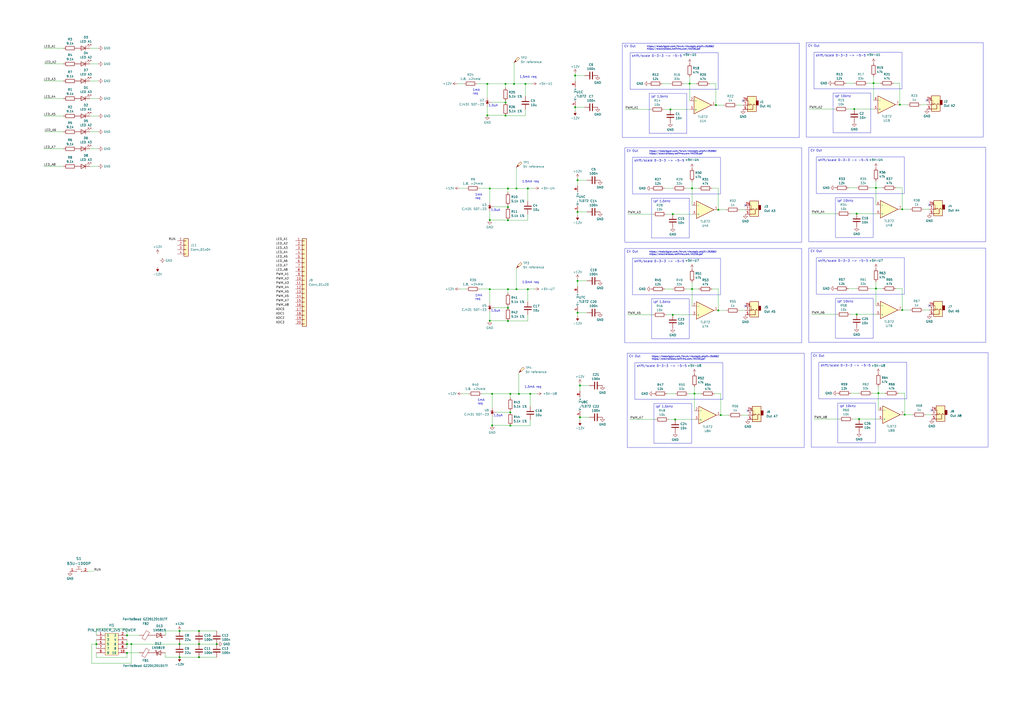
<source format=kicad_sch>
(kicad_sch (version 20231120) (generator "eeschema") (generator_version "8.0")
  (paper "A2")
  (junction (at 73.66 368.554))
  (junction (at 333.629 62.23))
  (junction (at 115.443 366.014))
  (junction (at 402.844 228.346))
  (junction (at 498.348 243.078))
  (junction (at 300.99 228.473))
  (junction (at 304.8 48.641))
  (junction (at 125.73 373.634))
  (junction (at 390.271 182.626))
  (junction (at 296.037 228.473))
  (junction (at 335.026 162.941))
  (junction (at 508.127 108.966))
  (junction (at 294.64 120.142))
  (junction (at 284.099 186.055))
  (junction (at 524.764 240.538))
  (junction (at 496.951 123.952))
  (junction (at 306.197 109.347))
  (junction (at 294.64 109.347))
  (junction (at 299.593 109.347))
  (junction (at 391.668 243.332))
  (junction (at 495.554 63.246))
  (junction (at 294.64 178.562))
  (junction (at 296.037 239.268))
  (junction (at 388.874 63.5))
  (junction (at 294.64 167.767))
  (junction (at 416.687 121.666))
  (junction (at 509.524 228.092))
  (junction (at 293.243 67.056))
  (junction (at 416.687 180.086))
  (junction (at 307.594 228.473))
  (junction (at 335.026 181.356))
  (junction (at 496.951 182.372))
  (junction (at 73.66 373.634))
  (junction (at 506.73 48.26))
  (junction (at 400.05 48.514))
  (junction (at 55.88 373.634))
  (junction (at 298.196 48.641))
  (junction (at 306.197 167.767))
  (junction (at 282.702 66.929))
  (junction (at 296.037 246.888))
  (junction (at 390.271 124.206))
  (junction (at 285.496 228.473))
  (junction (at 335.026 122.936))
  (junction (at 336.423 242.062))
  (junction (at 284.099 109.347))
  (junction (at 415.29 60.96))
  (junction (at 284.099 167.767))
  (junction (at 523.367 179.832))
  (junction (at 401.447 167.64))
  (junction (at 299.593 167.767))
  (junction (at 401.447 109.22))
  (junction (at 104.14 381.254))
  (junction (at 336.423 223.647))
  (junction (at 523.367 121.412))
  (junction (at 284.099 127.635))
  (junction (at 521.97 60.706))
  (junction (at 508.127 167.386))
  (junction (at 293.243 48.641))
  (junction (at 294.64 186.182))
  (junction (at 282.702 48.641))
  (junction (at 73.66 378.714))
  (junction (at 418.084 240.792))
  (junction (at 115.443 373.634))
  (junction (at 76.2 373.634))
  (junction (at 104.14 373.634))
  (junction (at 335.026 104.521))
  (junction (at 333.629 43.815))
  (junction (at 115.443 381.254))
  (junction (at 285.496 246.761))
  (junction (at 293.243 59.436))
  (junction (at 104.14 366.014))
  (junction (at 294.64 127.762))
  (no_connect (at 433.832 238.252))
  (no_connect (at 540.512 237.998))
  (no_connect (at 432.435 119.126))
  (no_connect (at 539.115 177.292))
  (no_connect (at 537.718 58.166))
  (no_connect (at 432.435 177.546))
  (no_connect (at 539.115 118.872))
  (no_connect (at 431.038 58.42))
  (wire (pts (xy 95.885 378.714) (xy 95.885 381.254)))
  (wire (pts (xy 104.14 366.014) (xy 115.443 366.014)))
  (wire (pts (xy 518.287 48.26) (xy 521.97 48.26)))
  (wire (pts (xy 388.874 63.5) (xy 400.05 63.5)))
  (wire (pts (xy 304.8 55.88) (xy 304.8 48.641)))
  (wire (pts (xy 25.4 86.36) (xy 36.83 86.36)))
  (wire (pts (xy 521.97 60.706) (xy 526.542 60.706)))
  (wire (pts (xy 284.099 109.347) (xy 284.099 109.22)))
  (wire (pts (xy 304.8 48.641) (xy 298.196 48.641)))
  (wire (pts (xy 508.127 118.872) (xy 508.127 108.966)))
  (wire (pts (xy 282.702 66.929) (xy 282.702 61.849)))
  (wire (pts (xy 430.276 240.792) (xy 433.832 240.792)))
  (wire (pts (xy 333.629 64.389) (xy 333.629 62.23)))
  (wire (pts (xy 509.524 237.998) (xy 509.524 228.092)))
  (wire (pts (xy 25.4 46.99) (xy 36.83 46.99)))
  (wire (pts (xy 335.026 162.941) (xy 340.487 162.941)))
  (wire (pts (xy 508.127 167.386) (xy 512.064 167.386)))
  (wire (pts (xy 336.423 222.631) (xy 336.423 223.647)))
  (wire (pts (xy 294.64 109.347) (xy 284.099 109.347)))
  (wire (pts (xy 73.66 368.554) (xy 80.772 368.554)))
  (wire (pts (xy 54.483 331.47) (xy 50.8 331.47)))
  (wire (pts (xy 506.73 48.26) (xy 510.667 48.26)))
  (wire (pts (xy 292.862 67.056) (xy 292.862 66.929)))
  (wire (pts (xy 25.781 76.454) (xy 36.83 76.454)))
  (wire (pts (xy 508.127 167.386) (xy 508.127 163.449)))
  (wire (pts (xy 268.097 228.346) (xy 271.907 228.346)))
  (wire (pts (xy 416.687 121.666) (xy 421.259 121.666)))
  (wire (pts (xy 284.099 127.635) (xy 284.099 122.555)))
  (wire (pts (xy 336.423 223.647) (xy 336.423 226.822)))
  (wire (pts (xy 492.125 167.386) (xy 496.951 167.386)))
  (wire (pts (xy 401.447 105.283) (xy 401.447 109.22)))
  (wire (pts (xy 335.026 104.521) (xy 340.487 104.521)))
  (wire (pts (xy 55.88 364.744) (xy 73.66 364.744)))
  (wire (pts (xy 306.197 116.586) (xy 306.197 109.347)))
  (wire (pts (xy 306.197 109.347) (xy 299.593 109.347)))
  (wire (pts (xy 304.8 63.5) (xy 304.8 67.056)))
  (wire (pts (xy 472.186 243.078) (xy 486.918 243.078)))
  (wire (pts (xy 52.07 67.31) (xy 56.896 67.31)))
  (wire (pts (xy 73.66 371.094) (xy 73.66 373.634)))
  (wire (pts (xy 384.048 48.514) (xy 388.874 48.514)))
  (wire (pts (xy 336.423 242.062) (xy 341.884 242.062)))
  (wire (pts (xy 490.728 48.26) (xy 495.554 48.26)))
  (wire (pts (xy 401.447 109.22) (xy 405.384 109.22)))
  (wire (pts (xy 307.594 243.332) (xy 307.594 246.888)))
  (wire (pts (xy 307.594 228.473) (xy 300.99 228.473)))
  (wire (pts (xy 521.081 228.092) (xy 524.764 228.092)))
  (wire (pts (xy 336.423 223.647) (xy 341.884 223.647)))
  (wire (pts (xy 493.141 182.372) (xy 496.951 182.372)))
  (wire (pts (xy 386.842 228.346) (xy 391.668 228.346)))
  (wire (pts (xy 390.271 182.626) (xy 401.447 182.626)))
  (wire (pts (xy 266.7 167.64) (xy 270.51 167.64)))
  (wire (pts (xy 401.447 163.703) (xy 401.447 167.64)))
  (wire (pts (xy 52.07 57.15) (xy 56.896 57.15)))
  (wire (pts (xy 115.443 366.014) (xy 125.73 366.014)))
  (wire (pts (xy 265.303 48.514) (xy 269.113 48.514)))
  (wire (pts (xy 519.684 108.966) (xy 523.367 108.966)))
  (wire (pts (xy 493.141 123.952) (xy 496.951 123.952)))
  (wire (pts (xy 385.445 167.64) (xy 390.271 167.64)))
  (wire (pts (xy 504.571 167.386) (xy 508.127 167.386)))
  (wire (pts (xy 386.461 182.626) (xy 390.271 182.626)))
  (wire (pts (xy 401.447 167.64) (xy 405.384 167.64)))
  (wire (pts (xy 428.879 180.086) (xy 432.435 180.086)))
  (wire (pts (xy 294.132 178.435) (xy 286.639 178.435)))
  (wire (pts (xy 335.026 181.356) (xy 340.487 181.356)))
  (wire (pts (xy 306.197 182.626) (xy 306.197 186.182)))
  (wire (pts (xy 415.29 60.96) (xy 419.862 60.96)))
  (wire (pts (xy 306.197 109.22) (xy 310.007 109.22)))
  (wire (pts (xy 25.781 37.084) (xy 36.83 37.084)))
  (wire (pts (xy 53.213 373.634) (xy 53.213 384.81)))
  (wire (pts (xy 96.012 366.014) (xy 104.14 366.014)))
  (wire (pts (xy 495.554 63.246) (xy 506.73 63.246)))
  (wire (pts (xy 285.496 228.473) (xy 285.496 236.601)))
  (wire (pts (xy 306.197 109.347) (xy 306.197 109.22)))
  (wire (pts (xy 397.891 109.22) (xy 401.447 109.22)))
  (wire (pts (xy 25.4 27.94) (xy 36.83 27.94)))
  (wire (pts (xy 306.197 124.206) (xy 306.197 127.762)))
  (wire (pts (xy 402.844 238.252) (xy 402.844 228.346)))
  (wire (pts (xy 278.13 109.22) (xy 284.099 109.22)))
  (wire (pts (xy 55.88 381.381) (xy 73.66 381.381)))
  (wire (pts (xy 401.447 177.546) (xy 401.447 167.64)))
  (wire (pts (xy 306.197 127.762) (xy 294.64 127.762)))
  (wire (pts (xy 266.7 109.22) (xy 270.51 109.22)))
  (wire (pts (xy 295.529 239.268) (xy 295.529 239.141)))
  (wire (pts (xy 104.14 373.634) (xy 115.443 373.634)))
  (wire (pts (xy 428.879 121.666) (xy 432.435 121.666)))
  (wire (pts (xy 333.629 62.23) (xy 339.09 62.23)))
  (wire (pts (xy 470.789 182.372) (xy 485.521 182.372)))
  (wire (pts (xy 294.259 186.055) (xy 284.099 186.055)))
  (wire (pts (xy 294.64 167.767) (xy 284.099 167.767)))
  (wire (pts (xy 296.037 230.759) (xy 296.037 228.473)))
  (wire (pts (xy 521.97 48.26) (xy 521.97 60.706)))
  (wire (pts (xy 491.744 63.246) (xy 495.554 63.246)))
  (wire (pts (xy 535.559 121.412) (xy 539.115 121.412)))
  (wire (pts (xy 400.05 44.577) (xy 400.05 48.514)))
  (wire (pts (xy 52.07 86.36) (xy 56.896 86.36)))
  (wire (pts (xy 496.951 123.952) (xy 508.127 123.952)))
  (wire (pts (xy 335.026 122.936) (xy 340.487 122.936)))
  (wire (pts (xy 55.88 371.094) (xy 55.88 373.634)))
  (wire (pts (xy 294.132 120.142) (xy 294.132 120.015)))
  (wire (pts (xy 298.196 48.641) (xy 293.243 48.641)))
  (wire (pts (xy 413.004 109.22) (xy 416.687 109.22)))
  (wire (pts (xy 295.656 246.761) (xy 285.496 246.761)))
  (wire (pts (xy 292.862 67.056) (xy 293.243 67.056)))
  (wire (pts (xy 333.629 43.815) (xy 339.09 43.815)))
  (wire (pts (xy 295.656 246.888) (xy 295.656 246.761)))
  (wire (pts (xy 76.2 373.634) (xy 104.14 373.634)))
  (wire (pts (xy 496.951 182.372) (xy 508.127 182.372)))
  (wire (pts (xy 391.668 243.332) (xy 402.844 243.332)))
  (wire (pts (xy 294.259 186.182) (xy 294.64 186.182)))
  (wire (pts (xy 292.735 59.436) (xy 292.735 59.309)))
  (wire (pts (xy 523.367 179.832) (xy 527.939 179.832)))
  (wire (pts (xy 295.529 239.141) (xy 288.036 239.141)))
  (wire (pts (xy 503.174 48.26) (xy 506.73 48.26)))
  (wire (pts (xy 299.593 109.347) (xy 294.64 109.347)))
  (wire (pts (xy 307.594 228.473) (xy 307.594 228.346)))
  (wire (pts (xy 509.524 228.092) (xy 509.524 224.155)))
  (wire (pts (xy 296.037 228.473) (xy 285.496 228.473)))
  (wire (pts (xy 399.288 228.346) (xy 402.844 228.346)))
  (wire (pts (xy 293.243 50.927) (xy 293.243 48.641)))
  (wire (pts (xy 115.443 373.634) (xy 125.73 373.634)))
  (wire (pts (xy 306.197 167.64) (xy 310.007 167.64)))
  (wire (pts (xy 284.099 109.347) (xy 284.099 117.475)))
  (wire (pts (xy 294.132 120.015) (xy 286.639 120.015)))
  (wire (pts (xy 25.4 67.31) (xy 36.83 67.31)))
  (wire (pts (xy 293.243 48.641) (xy 282.702 48.641)))
  (wire (pts (xy 295.656 246.888) (xy 296.037 246.888)))
  (wire (pts (xy 285.496 228.473) (xy 285.496 228.346)))
  (wire (pts (xy 282.702 48.641) (xy 282.702 48.514)))
  (wire (pts (xy 469.392 63.246) (xy 484.124 63.246)))
  (wire (pts (xy 299.593 97.028) (xy 299.593 109.347)))
  (wire (pts (xy 365.506 243.332) (xy 380.238 243.332)))
  (wire (pts (xy 524.764 228.092) (xy 524.764 240.538)))
  (wire (pts (xy 52.07 96.52) (xy 56.896 96.52)))
  (wire (pts (xy 335.026 103.505) (xy 335.026 104.521)))
  (wire (pts (xy 335.026 183.515) (xy 335.026 181.356)))
  (wire (pts (xy 306.197 167.767) (xy 299.593 167.767)))
  (wire (pts (xy 294.64 178.562) (xy 294.64 177.673)))
  (wire (pts (xy 333.629 42.799) (xy 333.629 43.815)))
  (wire (pts (xy 416.687 109.22) (xy 416.687 121.666)))
  (wire (pts (xy 294.64 120.142) (xy 294.64 119.253)))
  (wire (pts (xy 402.844 224.409) (xy 402.844 228.346)))
  (wire (pts (xy 76.2 384.81) (xy 76.2 373.634)))
  (wire (pts (xy 418.084 228.346) (xy 418.084 240.792)))
  (wire (pts (xy 73.66 381.381) (xy 73.66 378.714)))
  (wire (pts (xy 508.127 177.292) (xy 508.127 167.386)))
  (wire (pts (xy 300.99 228.473) (xy 296.037 228.473)))
  (wire (pts (xy 299.593 155.448) (xy 299.593 167.767)))
  (wire (pts (xy 415.29 48.514) (xy 415.29 60.96)))
  (wire (pts (xy 73.66 373.634) (xy 76.2 373.634)))
  (wire (pts (xy 414.401 228.346) (xy 418.084 228.346)))
  (wire (pts (xy 73.66 378.714) (xy 80.645 378.714)))
  (wire (pts (xy 279.527 228.346) (xy 285.496 228.346)))
  (wire (pts (xy 504.571 108.966) (xy 508.127 108.966)))
  (wire (pts (xy 396.494 48.514) (xy 400.05 48.514)))
  (wire (pts (xy 282.702 48.641) (xy 282.702 56.769)))
  (wire (pts (xy 306.197 186.182) (xy 294.64 186.182)))
  (wire (pts (xy 306.197 167.767) (xy 306.197 167.64)))
  (wire (pts (xy 292.862 66.929) (xy 282.702 66.929)))
  (wire (pts (xy 385.445 109.22) (xy 390.271 109.22)))
  (wire (pts (xy 427.482 60.96) (xy 431.038 60.96)))
  (wire (pts (xy 386.461 124.206) (xy 390.271 124.206)))
  (wire (pts (xy 494.538 243.078) (xy 498.348 243.078)))
  (wire (pts (xy 418.084 240.792) (xy 422.656 240.792)))
  (wire (pts (xy 285.496 246.761) (xy 285.496 241.681)))
  (wire (pts (xy 335.026 161.925) (xy 335.026 162.941)))
  (wire (pts (xy 493.522 228.092) (xy 498.348 228.092)))
  (wire (pts (xy 492.125 108.966) (xy 496.951 108.966)))
  (wire (pts (xy 95.885 381.254) (xy 104.14 381.254)))
  (wire (pts (xy 535.559 179.832) (xy 539.115 179.832)))
  (wire (pts (xy 400.05 48.514) (xy 403.987 48.514)))
  (wire (pts (xy 296.037 239.268) (xy 295.529 239.268)))
  (wire (pts (xy 284.099 167.767) (xy 284.099 167.64)))
  (wire (pts (xy 390.271 124.206) (xy 401.447 124.206)))
  (wire (pts (xy 523.367 121.412) (xy 527.939 121.412)))
  (wire (pts (xy 294.64 178.562) (xy 294.132 178.562)))
  (wire (pts (xy 536.956 240.538) (xy 540.512 240.538)))
  (wire (pts (xy 294.259 186.182) (xy 294.259 186.055)))
  (wire (pts (xy 413.004 167.64) (xy 416.687 167.64)))
  (wire (pts (xy 293.243 59.436) (xy 293.243 58.547)))
  (wire (pts (xy 385.064 63.5) (xy 388.874 63.5)))
  (wire (pts (xy 104.14 381.254) (xy 115.443 381.254)))
  (wire (pts (xy 294.259 127.762) (xy 294.64 127.762)))
  (wire (pts (xy 364.109 124.206) (xy 378.841 124.206)))
  (wire (pts (xy 387.858 243.332) (xy 391.668 243.332)))
  (wire (pts (xy 307.594 246.888) (xy 296.037 246.888)))
  (wire (pts (xy 294.64 120.142) (xy 294.132 120.142)))
  (wire (pts (xy 300.99 216.154) (xy 300.99 228.473)))
  (wire (pts (xy 304.8 48.514) (xy 308.61 48.514)))
  (wire (pts (xy 523.367 108.966) (xy 523.367 121.412)))
  (wire (pts (xy 298.196 36.322) (xy 298.196 48.641)))
  (wire (pts (xy 55.88 378.714) (xy 55.88 381.381)))
  (wire (pts (xy 524.764 240.538) (xy 529.336 240.538)))
  (wire (pts (xy 296.037 239.268) (xy 296.037 238.379)))
  (wire (pts (xy 498.348 243.078) (xy 509.524 243.078)))
  (wire (pts (xy 294.132 178.562) (xy 294.132 178.435)))
  (wire (pts (xy 278.13 167.64) (xy 284.099 167.64)))
  (wire (pts (xy 293.243 59.436) (xy 292.735 59.436)))
  (wire (pts (xy 509.524 228.092) (xy 513.461 228.092)))
  (wire (pts (xy 362.712 63.5) (xy 377.444 63.5)))
  (wire (pts (xy 523.367 167.386) (xy 523.367 179.832)))
  (wire (pts (xy 55.88 368.554) (xy 55.88 364.744)))
  (wire (pts (xy 416.687 180.086) (xy 421.259 180.086)))
  (wire (pts (xy 52.07 27.94) (xy 56.896 27.94)))
  (wire (pts (xy 335.026 162.941) (xy 335.026 166.116)))
  (wire (pts (xy 52.07 76.454) (xy 56.896 76.454)))
  (wire (pts (xy 304.8 48.641) (xy 304.8 48.514)))
  (wire (pts (xy 397.891 167.64) (xy 401.447 167.64)))
  (wire (pts (xy 299.593 167.767) (xy 294.64 167.767)))
  (wire (pts (xy 506.73 48.26) (xy 506.73 44.323)))
  (wire (pts (xy 294.64 170.053) (xy 294.64 167.767)))
  (wire (pts (xy 307.594 228.346) (xy 311.404 228.346)))
  (wire (pts (xy 73.66 373.634) (xy 73.66 376.174)))
  (wire (pts (xy 294.259 127.762) (xy 294.259 127.635)))
  (wire (pts (xy 402.844 228.346) (xy 406.781 228.346)))
  (wire (pts (xy 125.73 373.634) (xy 126.238 373.634)))
  (wire (pts (xy 506.73 58.166) (xy 506.73 48.26)))
  (wire (pts (xy 336.423 244.221) (xy 336.423 242.062)))
  (wire (pts (xy 306.197 175.006) (xy 306.197 167.767)))
  (wire (pts (xy 307.594 235.712) (xy 307.594 228.473)))
  (wire (pts (xy 294.64 111.633) (xy 294.64 109.347)))
  (wire (pts (xy 52.07 46.99) (xy 56.896 46.99)))
  (wire (pts (xy 400.05 58.42) (xy 400.05 48.514)))
  (wire (pts (xy 470.789 123.952) (xy 485.521 123.952)))
  (wire (pts (xy 53.213 384.81) (xy 76.2 384.81)))
  (wire (pts (xy 364.109 182.626) (xy 378.841 182.626)))
  (wire (pts (xy 534.162 60.706) (xy 537.718 60.706)))
  (wire (pts (xy 25.4 57.15) (xy 36.83 57.15)))
  (wire (pts (xy 276.733 48.514) (xy 282.702 48.514)))
  (wire (pts (xy 505.968 228.092) (xy 509.524 228.092)))
  (wire (pts (xy 55.88 373.634) (xy 53.213 373.634)))
  (wire (pts (xy 292.735 59.309) (xy 285.242 59.309)))
  (wire (pts (xy 508.127 108.966) (xy 512.064 108.966)))
  (wire (pts (xy 284.099 186.055) (xy 284.099 180.975)))
  (wire (pts (xy 115.443 381.254) (xy 125.73 381.254)))
  (wire (pts (xy 55.88 373.634) (xy 55.88 376.174)))
  (wire (pts (xy 294.259 127.635) (xy 284.099 127.635)))
  (wire (pts (xy 333.629 43.815) (xy 333.629 46.99)))
  (wire (pts (xy 335.026 125.095) (xy 335.026 122.936)))
  (wire (pts (xy 416.687 167.64) (xy 416.687 180.086)))
  (wire (pts (xy 25.4 96.52) (xy 36.83 96.52)))
  (wire (pts (xy 52.07 37.084) (xy 56.896 37.084)))
  (wire (pts (xy 73.66 364.744) (xy 73.66 368.554)))
  (wire (pts (xy 335.026 104.521) (xy 335.026 107.696)))
  (wire (pts (xy 508.127 108.966) (xy 508.127 105.029)))
  (wire (pts (xy 411.607 48.514) (xy 415.29 48.514)))
  (wire (pts (xy 519.684 167.386) (xy 523.367 167.386)))
  (wire (pts (xy 284.099 167.767) (xy 284.099 175.895)))
  (wire (pts (xy 96.012 368.554) (xy 96.012 366.014)))
  (wire (pts (xy 304.8 67.056) (xy 293.243 67.056)))
  (wire (pts (xy 401.447 119.126) (xy 401.447 109.22)))
  (text_box "shift/scale 0-3-3 -> -5-5" (at 472.186 30.353 0) (size 51.054 21.209) (effects (font (size 1.27 1.27)) (justify left top)))
  (text_box "lpf 10kHz\n" (at 483.235 53.975 0) (size 21.844 23.114) (effects (font (size 1.27 1.27)) (justify left top)))
  (text_box "CV Out" (at 363.855 204.851 0) (size 102.616 54.737) (effects (font (size 1.27 1.27)) (justify left top)))
  (text_box "shift/scale 0-3-3 -> -5-5" (at 366.903 149.733 0) (size 51.054 21.209) (effects (font (size 1.27 1.27)) (justify left top)))
  (text_box "shift/scale 0-3-3 -> -5-5" (at 365.506 30.607 0) (size 51.054 21.209) (effects (font (size 1.27 1.27)) (justify left top)))
  (text_box "lpf 10kHz\n" (at 486.029 233.807 0) (size 21.844 23.114) (effects (font (size 1.27 1.27)) (justify left top)))
  (text_box "lpf 10kHz\n" (at 484.632 114.681 0) (size 21.844 23.114) (effects (font (size 1.27 1.27)) (justify left top)))
  (text_box "lpf 1.5kHz\n" (at 377.952 114.935 0) (size 21.844 23.114) (effects (font (size 1.27 1.27)) (justify left top)))
  (text_box "shift/scale 0-3-3 -> -5-5" (at 473.583 91.059 0) (size 51.054 21.209) (effects (font (size 1.27 1.27)) (justify left top)))
  (text_box "shift/scale 0-3-3 -> -5-5" (at 366.903 91.313 0) (size 51.054 21.209) (effects (font (size 1.27 1.27)) (justify left top)))
  (text_box "CV Out" (at 469.138 143.891 0) (size 102.616 54.737) (effects (font (size 1.27 1.27)) (justify left top)))
  (text_box "shift/scale 0-3-3 -> -5-5" (at 473.583 149.479 0) (size 51.054 21.209) (effects (font (size 1.27 1.27)) (justify left top)))
  (text_box "CV Out" (at 469.138 85.471 0) (size 102.616 54.737) (effects (font (size 1.27 1.27)) (justify left top)))
  (text_box "lpf 10kHz\n" (at 484.632 173.101 0) (size 21.844 23.114) (effects (font (size 1.27 1.27)) (justify left top)))
  (text_box "CV Out" (at 467.741 24.765 0) (size 102.616 54.737) (effects (font (size 1.27 1.27)) (justify left top)))
  (text_box "CV Out" (at 361.061 25.019 0) (size 102.616 54.737) (effects (font (size 1.27 1.27)) (justify left top)))
  (text_box "lpf 1.5kHz\n" (at 377.952 173.355 0) (size 21.844 23.114) (effects (font (size 1.27 1.27)) (justify left top)))
  (text_box "shift/scale 0-3-3 -> -5-5" (at 474.98 210.185 0) (size 51.054 21.209) (effects (font (size 1.27 1.27)) (justify left top)))
  (text_box "lpf 1.5kHz\n" (at 376.555 54.229 0) (size 21.844 23.114) (effects (font (size 1.27 1.27)) (justify left top)))
  (text_box "CV Out" (at 470.535 204.597 0) (size 102.616 54.737) (effects (font (size 1.27 1.27)) (justify left top)))
  (text_box "CV Out" (at 362.458 85.725 0) (size 102.616 54.737) (effects (font (size 1.27 1.27)) (justify left top)))
  (text_box "CV Out" (at 362.458 144.145 0) (size 102.616 54.737) (effects (font (size 1.27 1.27)) (justify left top)))
  (text_box "shift/scale 0-3-3 -> -5-5" (at 368.3 210.439 0) (size 51.054 21.209) (effects (font (size 1.27 1.27)) (justify left top)))
  (text_box "lpf 1.5kHz\n" (at 379.349 234.061 0) (size 21.844 23.114) (effects (font (size 1.27 1.27)) (justify left top)))
  (text "1.5uA\n" (at 283.337 61.976 0) (effects (font (size 1.27 1.27)) (justify left bottom)))
  (text "1.5uA\n" (at 286.131 241.808 0) (effects (font (size 1.27 1.27)) (justify left bottom)))
  (text "1.5mA req\n" (at 302.768 106.172 0) (effects (font (size 1.27 1.27)) (justify left bottom)))
  (text "1.5uA\n" (at 284.734 122.682 0) (effects (font (size 1.27 1.27)) (justify left bottom)))
  (text "1mA \nreq" (at 275.59 115.824 0) (effects (font (size 1.27 1.27)) (justify left bottom)))
  (text "https://modwiggler.com/forum/viewtopic.php?t=253062	\nhttps://electronotes.netfirms.com/AN235.pdf" (at 376.555 148.209 0) (effects (font (size 0.9 0.9)) (justify left bottom)))
  (text "1.5mA req\n" (at 302.768 164.592 0) (effects (font (size 1.27 1.27)) (justify left bottom)))
  (text "1mA \nreq" (at 275.59 174.244 0) (effects (font (size 1.27 1.27)) (justify left bottom)))
  (text "https://modwiggler.com/forum/viewtopic.php?t=253062	\nhttps://electronotes.netfirms.com/AN235.pdf" (at 376.555 89.789 0) (effects (font (size 0.9 0.9)) (justify left bottom)))
  (text "https://modwiggler.com/forum/viewtopic.php?t=253062	\nhttps://electronotes.netfirms.com/AN235.pdf" (at 377.952 208.915 0) (effects (font (size 0.9 0.9)) (justify left bottom)))
  (text "1mA \nreq" (at 274.193 55.118 0) (effects (font (size 1.27 1.27)) (justify left bottom)))
  (text "1.5uA\n" (at 284.734 181.102 0) (effects (font (size 1.27 1.27)) (justify left bottom)))
  (text "https://modwiggler.com/forum/viewtopic.php?t=253062	\nhttps://electronotes.netfirms.com/AN235.pdf" (at 375.158 29.083 0) (effects (font (size 0.9 0.9)) (justify left bottom)))
  (text "1.5mA req\n" (at 301.371 45.466 0) (effects (font (size 1.27 1.27)) (justify left bottom)))
  (text "1.5mA req\n" (at 304.165 225.298 0) (effects (font (size 1.27 1.27)) (justify left bottom)))
  (text "1mA \nreq" (at 276.987 234.95 0) (effects (font (size 1.27 1.27)) (justify left bottom)))
  (label "PWM_A5" (at 364.109 182.626 0))
  (label "LED_A8" (at 25.4 96.52 0))
  (label "LED_A5" (at 25.4 67.31 0))
  (label "PWM_A3" (at 364.109 124.206 0))
  (label "ADC0" (at 160.02 180.34 0))
  (label "PWM_A4" (at 160.02 167.64 0))
  (label "LED_A5" (at 160.02 149.86 0))
  (label "LED_A6" (at 160.02 152.4 0))
  (label "LED_A8" (at 160.02 157.48 0))
  (label "PWM_A5" (at 160.02 170.18 0))
  (label "PWM_A1" (at 160.02 160.02 0))
  (label "LED_A3" (at 25.4 46.99 0))
  (label "PWM_A3" (at 160.02 165.1 0))
  (label "LED_A1" (at 160.02 139.7 0))
  (label "LED_A4" (at 160.02 147.32 0))
  (label "LED_A6" (at 25.781 76.454 0))
  (label "PWM_A7" (at 365.506 243.332 0))
  (label "LED_A2" (at 25.781 37.084 0))
  (label "LED_A3" (at 160.02 144.78 0))
  (label "RUN" (at 54.483 331.47 0))
  (label "PWM_A8" (at 472.186 243.078 0))
  (label "LED_A7" (at 160.02 154.94 0))
  (label "ADC3" (at 160.02 187.96 0))
  (label "ADC1" (at 160.02 182.88 0))
  (label "PWM_A1" (at 362.712 63.5 0))
  (label "PWM_A8" (at 160.02 177.8 0))
  (label "LED_A2" (at 160.02 142.24 0))
  (label "LED_A4" (at 25.4 57.15 0))
  (label "LED_A7" (at 25.4 86.36 0))
  (label "PWM_A4" (at 470.789 123.952 0))
  (label "ADC2" (at 160.02 185.42 0))
  (label "PWM_A6" (at 470.789 182.372 0))
  (label "PWM_A5" (at 160.02 172.72 0))
  (label "PWM_A2" (at 160.02 162.56 0))
  (label "RUN" (at 97.79 139.7 0))
  (label "LED_A1" (at 25.4 27.94 0))
  (label "PWM_A7" (at 160.02 175.26 0))
  (label "PWM_A2" (at 469.392 63.246 0))
  (symbol (lib_id "Device:C") (at 345.694 242.062 270) (unit 1)
    (property "Reference" "C22" (at 345.694 235.7587 90))
    (property "Value" "100n" (at 345.694 238.1829 90))
    (property "Footprint" "Capacitor_SMD:C_0603_1608Metric" (effects (hide yes)))
  )
  (symbol (lib_id "Device:R") (at 490.728 243.078 90) (unit 1)
    (property "Reference" "R60" (at 490.728 237.9177 90))
    (property "Value" "10k" (at 490.728 240.3419 90))
    (property "Footprint" "Resistor_SMD:R_0603_1608Metric" (effects (hide yes)))
  )
  (symbol (lib_id "Device:R") (at 384.048 243.332 90) (unit 1)
    (property "Reference" "R48" (at 384.048 238.1717 90))
    (property "Value" "10k" (at 384.048 240.5959 90))
    (property "Footprint" "Resistor_SMD:R_0603_1608Metric" (effects (hide yes)))
  )
  (symbol (lib_id "Device:R") (at 489.331 182.372 90) (unit 1)
    (property "Reference" "R58" (at 489.331 177.2117 90))
    (property "Value" "10k" (at 489.331 179.6359 90))
    (property "Footprint" "Resistor_SMD:R_0603_1608Metric" (effects (hide yes)))
  )
  (symbol (lib_id "Device:R") (at 401.447 159.893 0) (unit 1)
    (property "Reference" "R51" (at 403.225 158.6809 0) (effects (justify left)))
    (property "Value" "47k" (at 403.225 161.1051 0) (effects (justify left)))
    (property "Footprint" "Resistor_SMD:R_0603_1608Metric" (effects (hide yes)))
  )
  (symbol (lib_id "Amplifier_Operational:TL072") (at 514.35 60.706 0) (mirror x) (unit 2)
    (property "Reference" "U1" (at 514.35 69.9303 0))
    (property "Value" "TL072" (at 514.35 67.5061 0))
    (property "Footprint" "Package_SO:SO-8_3.9x4.9mm_P1.27mm" (effects (hide yes)))
    (property "Datasheet" "http://www.ti.com/lit/ds/symlink/tl071.pdf" (effects (hide yes)))
  )
  (symbol (lib_id "Device:R") (at 40.64 57.15 90) (unit 1)
    (property "Reference" "R1" (at 40.64 51.9897 90))
    (property "Value" "9.1k" (at 40.64 54.4139 90))
    (property "Footprint" "Resistor_SMD:R_0603_1608Metric" (effects (hide yes)))
  )
  (symbol (lib_id "Device:C") (at 498.348 246.888 0) (unit 1)
    (property "Reference" "C26" (at 501.269 245.6759 0) (effects (justify left)))
    (property "Value" "10n" (at 501.269 248.1001 0) (effects (justify left)))
    (property "Footprint" "Capacitor_SMD:C_0402_1005Metric" (effects (hide yes)))
  )
  (symbol (lib_id "power:GND") (at 498.348 250.698 0) (unit 1)
    (property "Reference" "#PWR068" (effects (hide yes)))
    (property "Value" "GND" (at 498.348 254.8311 0))
  )
  (symbol (lib_id "Device:C") (at 345.694 223.647 270) (unit 1)
    (property "Reference" "C21" (at 345.694 217.3437 90))
    (property "Value" "100n" (at 345.694 219.7679 90))
    (property "Footprint" "Capacitor_SMD:C_0603_1608Metric" (effects (hide yes)))
  )
  (symbol (lib_id "Device:C") (at 344.297 104.521 270) (unit 1)
    (property "Reference" "C5" (at 344.297 98.2177 90))
    (property "Value" "100n" (at 344.297 100.6419 90))
    (property "Footprint" "Capacitor_SMD:C_0603_1608Metric" (effects (hide yes)))
  )
  (symbol (lib_id "power:GND") (at 539.115 123.952 0) (unit 1)
    (property "Reference" "#PWR042" (effects (hide yes)))
    (property "Value" "GND" (at 539.115 128.0851 0))
  )
  (symbol (lib_id "Device:R") (at 514.477 48.26 90) (unit 1)
    (property "Reference" "R21" (at 514.477 43.0997 90))
    (property "Value" "47k" (at 514.477 45.5239 90))
    (property "Footprint" "Resistor_SMD:R_0603_1608Metric" (effects (hide yes)))
  )
  (symbol (lib_id "power:-12V") (at 335.026 125.095 180) (unit 1)
    (property "Reference" "#PWR024" (effects (hide yes)))
    (property "Value" "-12V" (at 335.026 129.2281 0))
  )
  (symbol (lib_id "Amplifier_Operational:TL072") (at 409.067 180.086 0) (mirror x) (unit 1)
    (property "Reference" "U7" (at 409.067 189.3103 0))
    (property "Value" "TL072" (at 409.067 186.8861 0))
    (property "Footprint" "Package_SO:SO-8_3.9x4.9mm_P1.27mm" (effects (hide yes)))
    (property "Datasheet" "http://www.ti.com/lit/ds/symlink/tl071.pdf" (effects (hide yes)))
  )
  (symbol (lib_id "Device:R") (at 515.874 108.966 90) (unit 1)
    (property "Reference" "R37" (at 515.874 103.8057 90))
    (property "Value" "47k" (at 515.874 106.2299 90))
    (property "Footprint" "Resistor_SMD:R_0603_1608Metric" (effects (hide yes)))
  )
  (symbol (lib_id "Device:R") (at 293.243 54.737 0) (unit 1)
    (property "Reference" "R25" (at 295.021 53.5249 0) (effects (justify left)))
    (property "Value" "5.1k 1%" (at 295.021 55.9491 0) (effects (justify left)))
    (property "Footprint" "Resistor_SMD:R_0402_1005Metric" (effects (hide yes)))
  )
  (symbol (lib_id "power:+5V") (at 402.844 216.789 0) (unit 1)
    (property "Reference" "#PWR062" (effects (hide yes)))
    (property "Value" "+5V-U8" (at 402.844 212.09 0))
  )
  (symbol (lib_id "Device:R") (at 530.352 60.706 270) (unit 1)
    (property "Reference" "R23" (at 530.352 55.5457 90))
    (property "Value" "1k" (at 530.352 57.9699 90))
    (property "Footprint" "Resistor_SMD:R_0402_1005Metric" (effects (hide yes)))
  )
  (symbol (lib_id "Device:R") (at 508.127 101.219 0) (unit 1)
    (property "Reference" "R36" (at 509.905 100.0069 0) (effects (justify left)))
    (property "Value" "47k" (at 509.905 102.4311 0) (effects (justify left)))
    (property "Footprint" "Resistor_SMD:R_0603_1608Metric" (effects (hide yes)))
  )
  (symbol (lib_id "Device:R") (at 410.591 228.346 90) (unit 1)
    (property "Reference" "R54" (at 410.591 223.1857 90))
    (property "Value" "47k" (at 410.591 225.6099 90))
    (property "Footprint" "Resistor_SMD:R_0603_1608Metric" (effects (hide yes)))
  )
  (symbol (lib_id "Device:FerriteBead") (at 84.582 368.554 90) (unit 1)
    (property "Reference" "FB2" (at 84.5312 361.7681 90))
    (property "Value" "FerriteBead GZ2012D101TF" (at 84.201 359.156 90))
    (property "Footprint" "Resistor_SMD:R_0805_2012Metric" (effects (hide yes)))
  )
  (symbol (lib_id "Device:R") (at 508.127 159.639 0) (unit 1)
    (property "Reference" "R63" (at 509.905 158.4269 0) (effects (justify left)))
    (property "Value" "47k" (at 509.905 160.8511 0) (effects (justify left)))
    (property "Footprint" "Resistor_SMD:R_0603_1608Metric" (effects (hide yes)))
  )
  (symbol (lib_id "power:+12V") (at 265.303 48.514 90) (unit 1)
    (property "Reference" "#PWR020" (effects (hide yes)))
    (property "Value" "+12V" (at 262.128 48.514 90) (effects (justify left)))
  )
  (symbol (lib_id "power:GND") (at 391.668 250.952 0) (unit 1)
    (property "Reference" "#PWR060" (effects (hide yes)))
    (property "Value" "GND" (at 391.668 255.0851 0))
  )
  (symbol (lib_id "power:GND") (at 56.896 67.31 90) (unit 1)
    (property "Reference" "#PWR02" (effects (hide yes)))
    (property "Value" "GND" (at 60.071 67.31 90) (effects (justify right)))
  )
  (symbol (lib_id "Device:R") (at 509.524 220.345 0) (unit 1)
    (property "Reference" "R64" (at 511.302 219.1329 0) (effects (justify left)))
    (property "Value" "47k" (at 511.302 221.5571 0) (effects (justify left)))
    (property "Footprint" "Resistor_SMD:R_0603_1608Metric" (effects (hide yes)))
  )
  (symbol (lib_id "Device:R") (at 486.918 48.26 90) (unit 1)
    (property "Reference" "R13" (at 486.918 43.0997 90))
    (property "Value" "12k" (at 486.918 45.5239 90))
    (property "Footprint" "Resistor_SMD:R_0603_1608Metric" (effects (hide yes)))
  )
  (symbol (lib_id "Device:R") (at 426.466 240.792 270) (unit 1)
    (property "Reference" "R56" (at 426.466 235.6317 90))
    (property "Value" "1k" (at 426.466 238.0559 90))
    (property "Footprint" "Resistor_SMD:R_0402_1005Metric" (effects (hide yes)))
  )
  (symbol (lib_id "Device:R") (at 487.934 63.246 90) (unit 1)
    (property "Reference" "R15" (at 487.934 58.0857 90))
    (property "Value" "10k" (at 487.934 60.5099 90))
    (property "Footprint" "Resistor_SMD:R_0603_1608Metric" (effects (hide yes)))
  )
  (symbol (lib_id "power:-12V") (at 336.423 244.221 180) (unit 1)
    (property "Reference" "#PWR052" (effects (hide yes)))
    (property "Value" "-12V" (at 336.423 248.3541 0))
  )
  (symbol (lib_id "Device:C") (at 344.297 162.941 270) (unit 1)
    (property "Reference" "C19" (at 344.297 156.6377 90))
    (property "Value" "100n" (at 344.297 159.0619 90))
    (property "Footprint" "Capacitor_SMD:C_0603_1608Metric" (effects (hide yes)))
  )
  (symbol (lib_id "power:GND") (at 483.108 48.26 270) (unit 1)
    (property "Reference" "#PWR013" (effects (hide yes)))
    (property "Value" "GND" (at 479.9331 48.26 90) (effects (justify right)))
  )
  (symbol (lib_id "Device:C") (at 104.14 369.824 0) (unit 1)
    (property "Reference" "C8" (at 107.061 368.6119 0) (effects (justify left)))
    (property "Value" "22u" (at 107.061 371.0361 0) (effects (justify left)))
    (property "Footprint" "Capacitor_SMD:C_0805_2012Metric" (effects (hide yes)))
  )
  (symbol (lib_id "Device:C") (at 104.14 377.444 0) (unit 1)
    (property "Reference" "C9" (at 107.061 376.2319 0) (effects (justify left)))
    (property "Value" "22u" (at 107.061 378.6561 0) (effects (justify left)))
    (property "Footprint" "Capacitor_SMD:C_0805_2012Metric" (effects (hide yes)))
  )
  (symbol (lib_id "power:GND") (at 92.71 151.13 90) (unit 1)
    (property "Reference" "#PWR075" (effects (hide yes)))
    (property "Value" "GND" (at 95.885 151.13 90) (effects (justify right)))
  )
  (symbol (lib_id "emutelab:CJ431 SOT-23") (at 284.099 178.435 270) (mirror x) (unit 1)
    (property "Reference" "U5" (at 282.3211 177.2229 90) (effects (justify right)))
    (property "Value" "CJ431 SOT-23" (at 282.3211 179.6471 90) (effects (justify right)))
    (property "Footprint" "Package_TO_SOT_SMD:SOT-23" (effects (hide yes)))
    (property "Datasheet" "http://www.ti.com/lit/ds/symlink/tl431.pdf" (effects (hide yes)))
  )
  (symbol (lib_id "power:GND") (at 348.107 104.521 0) (unit 1)
    (property "Reference" "#PWR025" (effects (hide yes)))
    (property "Value" "GND" (at 348.107 108.6541 0))
  )
  (symbol (lib_id "Device:R") (at 383.032 228.346 90) (unit 1)
    (property "Reference" "R47" (at 383.032 223.1857 90))
    (property "Value" "12k" (at 383.032 225.6099 90))
    (property "Footprint" "Resistor_SMD:R_0603_1608Metric" (effects (hide yes)))
  )
  (symbol (lib_id "power:GND") (at 484.505 108.966 270) (unit 1)
    (property "Reference" "#PWR039" (effects (hide yes)))
    (property "Value" "GND" (at 481.3301 108.966 90) (effects (justify right)))
  )
  (symbol (lib_id "Amplifier_Operational:TL072") (at 337.566 115.316 0) (unit 3)
    (property "Reference" "U4" (at 335.661 114.1039 0) (effects (justify left)))
    (property "Value" "TL072" (at 335.661 116.5281 0) (effects (justify left)))
    (property "Footprint" "Package_SO:SO-8_3.9x4.9mm_P1.27mm" (effects (hide yes)))
    (property "Datasheet" "http://www.ti.com/lit/ds/symlink/tl071.pdf" (effects (hide yes)))
  )
  (symbol (lib_id "Amplifier_Operational:TL072") (at 336.169 54.61 0) (unit 3)
    (property "Reference" "U1" (at 334.264 53.3979 0) (effects (justify left)))
    (property "Value" "TL072" (at 334.264 55.8221 0) (effects (justify left)))
    (property "Footprint" "Package_SO:SO-8_3.9x4.9mm_P1.27mm" (effects (hide yes)))
    (property "Datasheet" "http://www.ti.com/lit/ds/symlink/tl071.pdf" (effects (hide yes)))
  )
  (symbol (lib_id "Connector:AudioJack2_SwitchT") (at 437.515 121.666 180) (unit 1)
    (property "Reference" "J3" (at 443.23 119.7609 0) (effects (justify right)))
    (property "Value" "Out A3" (at 443.23 122.3009 0) (effects (justify right)))
    (property "Footprint" "Connector_Audio:Jack_3.5mm_QingPu_WQP-PJ398SM_Vertical_CircularHoles" (effects (hide yes)))
  )
  (symbol (lib_id "Device:R") (at 409.194 167.64 90) (unit 1)
    (property "Reference" "R53" (at 409.194 162.4797 90))
    (property "Value" "47k" (at 409.194 164.9039 90))
    (property "Footprint" "Resistor_SMD:R_0603_1608Metric" (effects (hide yes)))
  )
  (symbol (lib_id "Connector:AudioJack2_SwitchT") (at 438.912 240.792 180) (unit 1)
    (property "Reference" "J6" (at 444.5 238.8869 0) (effects (justify right)))
    (property "Value" "Out A7" (at 444.5 241.4269 0) (effects (justify right)))
    (property "Footprint" "Connector_Audio:Jack_3.5mm_QingPu_WQP-PJ398SM_Vertical_CircularHoles" (effects (hide yes)))
  )
  (symbol (lib_id "Amplifier_Operational:TL072") (at 515.747 121.412 0) (mirror x) (unit 2)
    (property "Reference" "U4" (at 515.747 130.6363 0))
    (property "Value" "TL072" (at 515.747 128.2121 0))
    (property "Footprint" "Package_SO:SO-8_3.9x4.9mm_P1.27mm" (effects (hide yes)))
    (property "Datasheet" "http://www.ti.com/lit/ds/symlink/tl071.pdf" (effects (hide yes)))
  )
  (symbol (lib_id "Device:C") (at 344.297 122.936 270) (unit 1)
    (property "Reference" "C14" (at 344.297 116.6327 90))
    (property "Value" "100n" (at 344.297 119.0569 90))
    (property "Footprint" "Capacitor_SMD:C_0603_1608Metric" (effects (hide yes)))
  )
  (symbol (lib_id "Connector_Generic:Conn_01x04") (at 107.95 142.24 0) (unit 1)
    (property "Reference" "J11" (at 110.49 142.2399 0) (effects (justify left)))
    (property "Value" "Conn_01x04" (at 110.49 144.7799 0) (effects (justify left)))
    (property "Footprint" "Connector_PinHeader_2.54mm:PinHeader_1x04_P2.54mm_Vertical" (effects (hide yes)))
    (property "Description" "Generic connector, single row, 01x04, script generated (kicad-library-utils/schlib/autogen/connector/)" (effects (hide yes)))
  )
  (symbol (lib_id "Amplifier_Operational:TL072") (at 337.566 173.736 0) (unit 3)
    (property "Reference" "U7" (at 335.661 172.5239 0) (effects (justify left)))
    (property "Value" "TL072" (at 335.661 174.9481 0) (effects (justify left)))
    (property "Footprint" "Package_SO:SO-8_3.9x4.9mm_P1.27mm" (effects (hide yes)))
    (property "Datasheet" "http://www.ti.com/lit/ds/symlink/tl071.pdf" (effects (hide yes)))
  )
  (symbol (lib_id "Device:R") (at 294.64 173.863 0) (unit 1)
    (property "Reference" "R41" (at 296.418 172.6509 0) (effects (justify left)))
    (property "Value" "5.1k 1%" (at 296.418 175.0751 0) (effects (justify left)))
    (property "Footprint" "Resistor_SMD:R_0402_1005Metric" (effects (hide yes)))
  )
  (symbol (lib_id "power:+5V") (at 508.127 155.829 0) (unit 1)
    (property "Reference" "#PWR069" (effects (hide yes)))
    (property "Value" "+5V-U7" (at 508.127 151.13 0))
  )
  (symbol (lib_id "Connector:AudioJack2_SwitchT") (at 542.798 60.706 180) (unit 1)
    (property "Reference" "J2" (at 547.37 58.8589 0) (effects (justify right)))
    (property "Value" "Out A2" (at 547.37 61.2831 0) (effects (justify right)))
    (property "Footprint" "Connector_Audio:Jack_3.5mm_QingPu_WQP-PJ398SM_Vertical_CircularHoles" (effects (hide yes)))
  )
  (symbol (lib_id "Device:R") (at 381.254 63.5 90) (unit 1)
    (property "Reference" "R14" (at 381.254 58.3397 90))
    (property "Value" "10k" (at 381.254 60.7639 90))
    (property "Footprint" "Resistor_SMD:R_0603_1608Metric" (effects (hide yes)))
  )
  (symbol (lib_id "Device:LED") (at 48.26 67.31 180) (unit 1)
    (property "Reference" "D2" (at 49.8475 61.0067 0))
    (property "Value" "LED A1" (at 49.8475 63.4309 0))
    (property "Footprint" "LED_THT:LED_D3.0mm_FlatTop" (effects (hide yes)))
  )
  (symbol (lib_id "Device:C") (at 125.73 377.444 0) (unit 1)
    (property "Reference" "C13" (at 128.651 376.2319 0) (effects (justify left)))
    (property "Value" "100n" (at 128.651 378.6561 0) (effects (justify left)))
    (property "Footprint" "Capacitor_SMD:C_0603_1608Metric" (effects (hide yes)))
  )
  (symbol (lib_id "Amplifier_Operational:TL072") (at 409.067 121.666 0) (mirror x) (unit 1)
    (property "Reference" "U4" (at 409.067 130.8903 0))
    (property "Value" "TL072" (at 409.067 128.4661 0))
    (property "Footprint" "Package_SO:SO-8_3.9x4.9mm_P1.27mm" (effects (hide yes)))
    (property "Datasheet" "http://www.ti.com/lit/ds/symlink/tl071.pdf" (effects (hide yes)))
  )
  (symbol (lib_id "power:GND") (at 40.64 331.47 0) (unit 1)
    (property "Reference" "#PWR035" (effects (hide yes)))
    (property "Value" "GND" (at 40.64 335.6031 0))
  )
  (symbol (lib_id "Connector:TestPoint_Probe") (at 299.593 97.028 0) (unit 1)
    (property "Reference" "TP1" (at 303.403 94.2284 0) (effects (justify left)))
    (property "Value" "5V reference" (at 303.403 96.6526 0) (effects (justify left)))
    (property "Footprint" "TestPoint:TestPoint_Pad_1.5x1.5mm" (effects (hide yes)))
  )
  (symbol (lib_id "Device:FerriteBead") (at 84.455 378.714 90) (unit 1)
    (property "Reference" "FB1" (at 84.455 383.159 90))
    (property "Value" "FerriteBead GZ2012D101TF" (at 84.455 386.207 90))
    (property "Footprint" "Resistor_SMD:R_0805_2012Metric" (effects (hide yes)))
  )
  (symbol (lib_id "power:GND") (at 537.718 63.246 0) (unit 1)
    (property "Reference" "#PWR019" (effects (hide yes)))
    (property "Value" "GND" (at 537.718 67.3791 0))
  )
  (symbol (lib_id "power:+5V") (at 401.447 97.663 0) (unit 1)
    (property "Reference" "#PWR037" (effects (hide yes)))
    (property "Value" "+5V-U4" (at 401.447 92.71 0))
  )
  (symbol (lib_id "Connector:AudioJack2_SwitchT") (at 437.515 180.086 180) (unit 1)
    (property "Reference" "J5" (at 443.23 178.1809 0) (effects (justify right)))
    (property "Value" "Out A5" (at 443.23 180.7209 0) (effects (justify right)))
    (property "Footprint" "Connector_Audio:Jack_3.5mm_QingPu_WQP-PJ398SM_Vertical_CircularHoles" (effects (hide yes)))
  )
  (symbol (lib_id "power:+5V") (at 308.61 48.514 270) (unit 1)
    (property "Reference" "#PWR022" (effects (hide yes)))
    (property "Value" "+5V-U1" (at 312.42 48.5139 90) (effects (justify left)))
  )
  (symbol (lib_id "Device:C") (at 342.9 43.815 270) (unit 1)
    (property "Reference" "C6" (at 342.9 37.5117 90))
    (property "Value" "100n" (at 342.9 39.9359 90))
    (property "Footprint" "Capacitor_SMD:C_0603_1608Metric" (effects (hide yes)))
  )
  (symbol (lib_id "Device:C") (at 344.297 181.356 270) (unit 1)
    (property "Reference" "C20" (at 344.297 175.0527 90))
    (property "Value" "100n" (at 344.297 177.4769 90))
    (property "Footprint" "Capacitor_SMD:C_0603_1608Metric" (effects (hide yes)))
  )
  (symbol (lib_id "Connector:AudioJack2_SwitchT") (at 544.195 179.832 180) (unit 1)
    (property "Reference" "J7" (at 549.91 177.9269 0) (effects (justify right)))
    (property "Value" "Out A6" (at 549.91 180.4669 0) (effects (justify right)))
    (property "Footprint" "Connector_Audio:Jack_3.5mm_QingPu_WQP-PJ398SM_Vertical_CircularHoles" (effects (hide yes)))
  )
  (symbol (lib_id "Device:R") (at 425.069 121.666 270) (unit 1)
    (property "Reference" "R32" (at 425.069 116.5057 90))
    (property "Value" "1k" (at 425.069 118.9299 90))
    (property "Footprint" "Resistor_SMD:R_0402_1005Metric" (effects (hide yes)))
  )
  (symbol (lib_id "power:GND") (at 282.702 66.929 0) (unit 1)
    (property "Reference" "#PWR021" (effects (hide yes)))
    (property "Value" "GND" (at 282.702 71.0621 0))
  )
  (symbol (lib_id "Device:R") (at 40.64 76.454 90) (unit 1)
    (property "Reference" "R5" (at 40.64 71.2937 90))
    (property "Value" "9.1k" (at 40.64 73.7179 90))
    (property "Footprint" "Resistor_SMD:R_0603_1608Metric" (effects (hide yes)))
  )
  (symbol (lib_id "Device:R") (at 489.712 228.092 90) (unit 1)
    (property "Reference" "R59" (at 489.712 222.9317 90))
    (property "Value" "12k" (at 489.712 225.3559 90))
    (property "Footprint" "Resistor_SMD:R_0603_1608Metric" (effects (hide yes)))
  )
  (symbol (lib_id "power:GND") (at 495.554 70.866 0) (unit 1)
    (property "Reference" "#PWR015" (effects (hide yes)))
    (property "Value" "GND" (at 495.554 74.9991 0))
  )
  (symbol (lib_id "Device:LED") (at 48.26 96.52 180) (unit 1)
    (property "Reference" "D8" (at 49.8475 90.2167 0))
    (property "Value" "LED A3" (at 49.8475 92.6409 0))
    (property "Footprint" "LED_THT:LED_D3.0mm_FlatTop" (effects (hide yes)))
  )
  (symbol (lib_id "power:+12V") (at 266.7 167.64 90) (unit 1)
    (property "Reference" "#PWR043" (effects (hide yes)))
    (property "Value" "+12V" (at 263.525 167.64 90) (effects (justify left)))
  )
  (symbol (lib_id "Device:R") (at 531.749 179.832 270) (unit 1)
    (property "Reference" "R67" (at 531.749 174.6717 90))
    (property "Value" "1k" (at 531.749 177.0959 90))
    (property "Footprint" "Resistor_SMD:R_0402_1005Metric" (effects (hide yes)))
  )
  (symbol (lib_id "Device:C") (at 496.951 186.182 0) (unit 1)
    (property "Reference" "C25" (at 499.872 184.9699 0) (effects (justify left)))
    (property "Value" "10n" (at 499.872 187.3941 0) (effects (justify left)))
    (property "Footprint" "Capacitor_SMD:C_0402_1005Metric" (effects (hide yes)))
  )
  (symbol (lib_id "power:+12V") (at 266.7 109.22 90) (unit 1)
    (property "Reference" "#PWR09" (effects (hide yes)))
    (property "Value" "+12V" (at 263.525 109.22 90) (effects (justify left)))
  )
  (symbol (lib_id "Device:C") (at 342.9 62.23 270) (unit 1)
    (property "Reference" "C7" (at 342.9 55.9267 90))
    (property "Value" "100n" (at 342.9 58.3509 90))
    (property "Footprint" "Capacitor_SMD:C_0603_1608Metric" (effects (hide yes)))
  )
  (symbol (lib_id "Diode:1N5818") (at 92.202 368.554 180) (unit 1)
    (property "Reference" "D13" (at 92.5195 363.1397 0))
    (property "Value" "1N5819" (at 92.5195 365.5639 0))
    (property "Footprint" "Diode_SMD:D_SOD-323" (effects (hide yes)))
    (property "Datasheet" "http://www.vishay.com/docs/88525/1n5817.pdf" (effects (hide yes)))
  )
  (symbol (lib_id "Device:R") (at 402.844 220.599 0) (unit 1)
    (property "Reference" "R52" (at 404.622 219.3869 0) (effects (justify left)))
    (property "Value" "47k" (at 404.622 221.8111 0) (effects (justify left)))
    (property "Footprint" "Resistor_SMD:R_0603_1608Metric" (effects (hide yes)))
  )
  (symbol (lib_id "Device:LED") (at 48.26 46.99 180) (unit 1)
    (property "Reference" "D7" (at 49.8475 40.6867 0))
    (property "Value" "LED A3" (at 49.8475 43.1109 0))
    (property "Footprint" "LED_THT:LED_D3.0mm_FlatTop" (effects (hide yes)))
  )
  (symbol (lib_id "power:GND") (at 390.271 131.826 0) (unit 1)
    (property "Reference" "#PWR036" (effects (hide yes)))
    (property "Value" "GND" (at 390.271 135.9591 0))
  )
  (symbol (lib_id "Device:R") (at 380.238 48.514 90) (unit 1)
    (property "Reference" "R12" (at 380.238 43.3537 90))
    (property "Value" "12k" (at 380.238 45.7779 90))
    (property "Footprint" "Resistor_SMD:R_0603_1608Metric" (effects (hide yes)))
  )
  (symbol (lib_id "Device:R") (at 400.05 40.767 0) (unit 1)
    (property "Reference" "R18" (at 401.828 39.5549 0) (effects (justify left)))
    (property "Value" "47k" (at 401.828 41.9791 0) (effects (justify left)))
    (property "Footprint" "Resistor_SMD:R_0603_1608Metric" (effects (hide yes)))
  )
  (symbol (lib_id "Device:R") (at 382.651 182.626 90) (unit 1)
    (property "Reference" "R46" (at 382.651 177.4657 90))
    (property "Value" "10k" (at 382.651 179.8899 90))
    (property "Footprint" "Resistor_SMD:R_0603_1608Metric" (effects (hide yes)))
  )
  (symbol (lib_id "Device:R") (at 294.64 123.952 0) (unit 1)
    (property "Reference" "R11" (at 296.418 122.7399 0) (effects (justify left)))
    (property "Value" "5.1k 1%" (at 296.418 125.1641 0) (effects (justify left)))
    (property "Footprint" "Resistor_SMD:R_0402_1005Metric" (effects (hide yes)))
  )
  (symbol (lib_id "power:GND") (at 496.951 131.572 0) (unit 1)
    (property "Reference" "#PWR040" (effects (hide yes)))
    (property "Value" "GND" (at 496.951 135.7051 0))
  )
  (symbol (lib_id "Device:R") (at 296.037 234.569 0) (unit 1)
    (property "Reference" "R43" (at 297.815 233.3569 0) (effects (justify left)))
    (property "Value" "5.1k 1%" (at 297.815 235.7811 0) (effects (justify left)))
    (property "Footprint" "Resistor_SMD:R_0402_1005Metric" (effects (hide yes)))
  )
  (symbol (lib_id "Amplifier_Operational:TL072") (at 410.464 240.792 0) (mirror x) (unit 1)
    (property "Reference" "U8" (at 410.464 250.0163 0))
    (property "Value" "TL072" (at 410.464 247.5921 0))
    (property "Footprint" "Package_SO:SO-8_3.9x4.9mm_P1.27mm" (effects (hide yes)))
    (property "Datasheet" "http://www.ti.com/lit/ds/symlink/tl071.pdf" (effects (hide yes)))
  )
  (symbol (lib_id "power:GND") (at 432.435 124.206 0) (unit 1)
    (property "Reference" "#PWR038" (effects (hide yes)))
    (property "Value" "GND" (at 432.435 128.3391 0))
  )
  (symbol (lib_id "power:GND") (at 376.428 48.514 270) (unit 1)
    (property "Reference" "#PWR012" (effects (hide yes)))
    (property "Value" "GND" (at 373.2531 48.514 90) (effects (justify right)))
  )
  (symbol (lib_id "power:+12V") (at 335.026 161.925 0) (unit 1)
    (property "Reference" "#PWR049" (effects (hide yes)))
    (property "Value" "+12V" (at 335.026 157.7919 0))
  )
  (symbol (lib_id "Device:C") (at 115.443 369.824 0) (unit 1)
    (property "Reference" "C10" (at 118.364 368.6119 0) (effects (justify left)))
    (property "Value" "100n" (at 118.364 371.0361 0) (effects (justify left)))
    (property "Footprint" "Capacitor_SMD:C_0603_1608Metric" (effects (hide yes)))
  )
  (symbol (lib_id "power:GND") (at 349.504 223.647 0) (unit 1)
    (property "Reference" "#PWR055" (effects (hide yes)))
    (property "Value" "GND" (at 349.504 227.7801 0))
  )
  (symbol (lib_id "Device:R") (at 275.717 228.346 270) (unit 1)
    (property "Reference" "R40" (at 275.717 223.1857 90))
    (property "Value" "1.8, >24mW" (at 275.717 225.6099 90))
    (property "Footprint" "Resistor_SMD:R_0603_1608Metric" (effects (hide yes)))
  )
  (symbol (lib_id "dk_Tactile-Switches:B3U-1000P") (at 45.72 331.47 0) (unit 1)
    (property "Reference" "S1" (at 45.72 324.0458 0) (effects (font (size 1.524 1.524))))
    (property "Value" "B3U-1000P" (at 45.72 326.8786 0) (effects (font (size 1.524 1.524))))
    (property "Footprint" "Button_Switch_SMD:SW_SPST_B3U-1000P" (effects (hide yes)))
    (property "Datasheet" "https://omronfs.omron.com/en_US/ecb/products/pdf/en-b3u.pdf" (effects (hide yes)))
    (property "Description" "SWITCH TACTILE SPST-NO 0.05A 12V" (effects (hide yes)))
    (property "Digi-Key_PN" "SW1020CT-ND" (effects (hide yes)))
    (property "MPN" "B3U-1000P" (effects (hide yes)))
    (property "Category" "Switches" (effects (hide yes)))
    (property "Family" "Tactile Switches" (effects (hide yes)))
    (property "DK_Datasheet_Link" "https://omronfs.omron.com/en_US/ecb/products/pdf/en-b3u.pdf" (effects (hide yes)))
    (property "DK_Detail_Page" "/product-detail/en/omron-electronics-inc-emc-div/B3U-1000P/SW1020CT-ND/1534357" (effects (hide yes)))
    (property "Manufacturer" "Omron Electronics Inc-EMC Div" (effects (hide yes)))
    (property "Status" "Active" (effects (hide yes)))
  )
  (symbol (lib_id "Device:C") (at 496.951 127.762 0) (unit 1)
    (property "Reference" "C16" (at 499.872 126.5499 0) (effects (justify left)))
    (property "Value" "10n" (at 499.872 128.9741 0) (effects (justify left)))
    (property "Footprint" "Capacitor_SMD:C_0402_1005Metric" (effects (hide yes)))
  )
  (symbol (lib_id "Connector_Generic:Conn_01x20") (at 176.53 162.56 0) (unit 1)
    (property "Reference" "J9" (at 179.07 162.5599 0) (effects (justify left)))
    (property "Value" "Conn_01x20" (at 179.07 165.0999 0) (effects (justify left)))
    (property "Footprint" "Connector_PinHeader_2.54mm:PinHeader_1x20_P2.54mm_Vertical" (effects (hide yes)))
    (property "Description" "Generic connector, single row, 01x20, script generated (kicad-library-utils/schlib/autogen/connector/)" (effects (hide yes)))
  )
  (symbol (lib_id "power:GND") (at 379.222 228.346 270) (unit 1)
    (property "Reference" "#PWR058" (effects (hide yes)))
    (property "Value" "GND" (at 376.0471 228.346 90) (effects (justify right)))
  )
  (symbol (lib_id "Device:C") (at 306.197 120.396 0) (unit 1)
    (property "Reference" "C4" (at 309.118 119.1839 0) (effects (justify left)))
    (property "Value" "10u" (at 309.118 121.6081 0) (effects (justify left)))
    (property "Footprint" "Capacitor_SMD:C_0603_1608Metric" (effects (hide yes)))
  )
  (symbol (lib_id "Device:C") (at 391.668 247.142 0) (unit 1)
    (property "Reference" "C24" (at 394.589 245.9299 0) (effects (justify left)))
    (property "Value" "10n" (at 394.589 248.3541 0) (effects (justify left)))
    (property "Footprint" "Capacitor_SMD:C_0402_1005Metric" (effects (hide yes)))
  )
  (symbol (lib_id "power:-12V") (at 104.14 381.254 180) (unit 1)
    (property "Reference" "#PWR033" (effects (hide yes)))
    (property "Value" "-12V" (at 104.14 385.3871 0))
  )
  (symbol (lib_id "power:GND") (at 433.832 243.332 0) (unit 1)
    (property "Reference" "#PWR064" (effects (hide yes)))
    (property "Value" "GND" (at 433.832 247.4651 0))
  )
  (symbol (lib_id "eurocad:PIN_HEADER_2x5") (at 64.77 373.634 0) (unit 1)
    (property "Reference" "H1" (at 64.77 362.6538 0) (effects (font (size 1.524 1.524))))
    (property "Value" "PIN_HEADER_2x5 POWER" (at 64.77 365.4866 0) (effects (font (size 1.524 1.524))))
    (property "Footprint" "Connector_PinHeader_2.54mm:PinHeader_2x05_P2.54mm_Vertical_SMD" (effects (hide yes)))
  )
  (symbol (lib_id "power:+5V") (at 506.73 36.703 0) (unit 1)
    (property "Reference" "#PWR017" (effects (hide yes)))
    (property "Value" "+5V-U1" (at 506.73 31.75 0))
  )
  (symbol (lib_id "power:-12V") (at 333.629 64.389 180) (unit 1)
    (property "Reference" "#PWR029" (effects (hide yes)))
    (property "Value" "-12V" (at 333.629 68.5221 0))
  )
  (symbol (lib_id "power:GND") (at 284.099 127.635 0) (unit 1)
    (property "Reference" "#PWR010" (effects (hide yes)))
    (property "Value" "GND" (at 284.099 131.7681 0))
  )
  (symbol (lib_id "Device:R") (at 401.447 101.473 0) (unit 1)
    (property "Reference" "R30" (at 403.225 100.2609 0) (effects (justify left)))
    (property "Value" "47k" (at 403.225 102.6851 0) (effects (justify left)))
    (property "Footprint" "Resistor_SMD:R_0603_1608Metric" (effects (hide yes)))
  )
  (symbol (lib_id "Device:R") (at 533.146 240.538 270) (unit 1)
    (property "Reference" "R68" (at 533.146 235.3777 90))
    (property "Value" "1k" (at 533.146 237.8019 90))
    (property "Footprint" "Resistor_SMD:R_0402_1005Metric" (effects (hide yes)))
  )
  (symbol (lib_id "power:GND") (at 390.271 190.246 0) (unit 1)
    (property "Reference" "#PWR059" (effects (hide yes)))
    (property "Value" "GND" (at 390.271 194.3791 0))
  )
  (symbol (lib_id "power:+5V") (at 401.447 156.083 0) (unit 1)
    (property "Reference" "#PWR061" (effects (hide yes)))
    (property "Value" "+5V-U7" (at 401.447 151.13 0))
  )
  (symbol (lib_id "Device:R") (at 272.923 48.514 270) (unit 1)
    (property "Reference" "R24" (at 272.923 43.3537 90))
    (property "Value" "1.8, >24mW" (at 272.923 45.7779 90))
    (property "Footprint" "Resistor_SMD:R_0603_1608Metric" (effects (hide yes)))
  )
  (symbol (lib_id "emutelab:CJ431 SOT-23") (at 284.099 120.015 270) (mirror x) (unit 1)
    (property "Reference" "U3" (at 282.3211 118.8029 90) (effects (justify right)))
    (property "Value" "CJ431 SOT-23" (at 282.3211 121.2271 90) (effects (justify right)))
    (property "Footprint" "Package_TO_SOT_SMD:SOT-23" (effects (hide yes)))
    (property "Datasheet" "http://www.ti.com/lit/ds/symlink/tl431.pdf" (effects (hide yes)))
  )
  (symbol (lib_id "Device:R") (at 517.271 228.092 90) (unit 1)
    (property "Reference" "R66" (at 517.271 222.9317 90))
    (property "Value" "47k" (at 517.271 225.3559 90))
    (property "Footprint" "Resistor_SMD:R_0603_1608Metric" (effects (hide yes)))
  )
  (symbol (lib_id "Device:R") (at 423.672 60.96 270) (unit 1)
    (property "Reference" "R22" (at 423.672 55.7997 90))
    (property "Value" "1k" (at 423.672 58.2239 90))
    (property "Footprint" "Resistor_SMD:R_0402_1005Metric" (effects (hide yes)))
  )
  (symbol (lib_id "Amplifier_Operational:TL072") (at 338.963 234.442 0) (unit 3)
    (property "Reference" "U8" (at 337.058 233.2299 0) (effects (justify left)))
    (property "Value" "TL072" (at 337.058 235.6541 0) (effects (justify left)))
    (property "Footprint" "Package_SO:SO-8_3.9x4.9mm_P1.27mm" (effects (hide yes)))
    (property "Datasheet" "http://www.ti.com/lit/ds/symlink/tl071.pdf" (effects (hide yes)))
  )
  (symbol (lib_id "Connector:TestPoint_Probe") (at 299.593 155.448 0) (unit 1)
    (property "Reference" "TP3" (at 303.403 152.6484 0) (effects (justify left)))
    (property "Value" "5V reference" (at 303.403 155.0726 0) (effects (justify left)))
    (property "Footprint" "TestPoint:TestPoint_Pad_1.5x1.5mm" (effects (hide yes)))
  )
  (symbol (lib_id "power:GND") (at 56.896 37.084 90) (unit 1)
    (property "Reference" "#PWR04" (effects (hide yes)))
    (property "Value" "GND" (at 60.071 37.084 90) (effects (justify right)))
  )
  (symbol (lib_id "Amplifier_Operational:TL072") (at 515.747 179.832 0) (mirror x) (unit 2)
    (property "Reference" "U7" (at 515.747 189.0563 0))
    (property "Value" "TL072" (at 515.747 186.6321 0))
    (property "Footprint" "Package_SO:SO-8_3.9x4.9mm_P1.27mm" (effects (hide yes)))
    (property "Datasheet" "http://www.ti.com/lit/ds/symlink/tl071.pdf" (effects (hide yes)))
  )
  (symbol (lib_id "power:+12V") (at 268.097 228.346 90) (unit 1)
    (property "Reference" "#PWR044" (effects (hide yes)))
    (property "Value" "+12V" (at 264.922 228.346 90) (effects (justify left)))
  )
  (symbol (lib_id "Device:C") (at 390.271 186.436 0) (unit 1)
    (property "Reference" "C23" (at 393.192 185.2239 0) (effects (justify left)))
    (property "Value" "10n" (at 393.192 187.6481 0) (effects (justify left)))
    (property "Footprint" "Capacitor_SMD:C_0402_1005Metric" (effects (hide yes)))
  )
  (symbol (lib_id "emutelab:CJ431 SOT-23") (at 285.496 239.141 270) (mirror x) (unit 1)
    (property "Reference" "U6" (at 283.7181 237.9289 90) (effects (justify right)))
    (property "Value" "CJ431 SOT-23" (at 283.7181 240.3531 90) (effects (justify right)))
    (property "Footprint" "Package_TO_SOT_SMD:SOT-23" (effects (hide yes)))
    (property "Datasheet" "http://www.ti.com/lit/ds/symlink/tl431.pdf" (effects (hide yes)))
  )
  (symbol (lib_id "Device:R") (at 502.158 228.092 90) (unit 1)
    (property "Reference" "R62" (at 502.158 222.9317 90))
    (property "Value" "33k" (at 502.158 225.3559 90))
    (property "Footprint" "Resistor_SMD:R_0603_1608Metric" (effects (hide yes)))
  )
  (symbol (lib_id "Device:R") (at 394.081 167.64 90) (unit 1)
    (property "Reference" "R49" (at 394.081 162.4797 90))
    (property "Value" "33k" (at 394.081 164.9039 90))
    (property "Footprint" "Resistor_SMD:R_0603_1608Metric" (effects (hide yes)))
  )
  (symbol (lib_id "Device:R") (at 499.364 48.26 90) (unit 1)
    (property "Reference" "R17" (at 499.364 43.0997 90))
    (property "Value" "33k" (at 499.364 45.5239 90))
    (property "Footprint" "Resistor_SMD:R_0603_1608Metric" (effects (hide yes)))
  )
  (symbol (lib_id "Device:C") (at 304.8 59.69 0) (unit 1)
    (property "Reference" "C3" (at 307.721 58.4779 0) (effects (justify left)))
    (property "Value" "10u" (at 307.721 60.9021 0) (effects (justify left)))
    (property "Footprint" "Capacitor_SMD:C_0603_1608Metric" (effects (hide yes)))
  )
  (symbol (lib_id "Device:C") (at 495.554 67.056 0) (unit 1)
    (property "Reference" "C2" (at 498.475 65.8439 0) (effects (justify left)))
    (property "Value" "10n" (at 498.475 68.2681 0) (effects (justify left)))
    (property "Footprint" "Capacitor_SMD:C_0402_1005Metric" (effects (hide yes)))
  )
  (symbol (lib_id "power:GND") (at 388.874 71.12 0) (unit 1)
    (property "Reference" "#PWR014" (effects (hide yes)))
    (property "Value" "GND" (at 388.874 75.2531 0))
  )
  (symbol (lib_id "Device:R") (at 274.32 167.64 270) (unit 1)
    (property "Reference" "R39" (at 274.32 162.4797 90))
    (property "Value" "1.8, >24mW" (at 274.32 164.9039 90))
    (property "Footprint" "Resistor_SMD:R_0603_1608Metric" (effects (hide yes)))
  )
  (symbol (lib_id "power:+12V") (at 336.423 222.631 0) (unit 1)
    (property "Reference" "#PWR051" (effects (hide yes)))
    (property "Value" "+12V" (at 336.423 218.4979 0))
  )
  (symbol (lib_id "power:GND") (at 284.099 186.055 0) (unit 1)
    (property "Reference" "#PWR045" (effects (hide yes)))
    (property "Value" "GND" (at 284.099 190.1881 0))
  )
  (symbol (lib_id "power:+12V") (at 91.44 147.32 0) (unit 1)
    (property "Reference" "#PWR073" (effects (hide yes)))
    (property "Value" "+12V" (at 91.44 143.1869 0))
  )
  (symbol (lib_id "Device:R") (at 296.037 243.078 0) (unit 1)
    (property "Reference" "R44" (at 297.815 241.8659 0) (effects (justify left)))
    (property "Value" "5.1k 1%" (at 297.815 244.2901 0) (effects (justify left)))
    (property "Footprint" "Resistor_SMD:R_0402_1005Metric" (effects (hide yes)))
  )
  (symbol (lib_id "power:GND") (at 496.951 189.992 0) (unit 1)
    (property "Reference" "#PWR067" (effects (hide yes)))
    (property "Value" "GND" (at 496.951 194.1251 0))
  )
  (symbol (lib_id "Device:R") (at 40.64 67.31 90) (unit 1)
    (property "Reference" "R2" (at 40.64 62.1497 90))
    (property "Value" "9.1k" (at 40.64 64.5739 90))
    (property "Footprint" "Resistor_SMD:R_0603_1608Metric" (effects (hide yes)))
  )
  (symbol (lib_id "Device:R") (at 506.73 40.513 0) (unit 1)
    (property "Reference" "R19" (at 508.508 39.3009 0) (effects (justify left)))
    (property "Value" "47k" (at 508.508 41.7251 0) (effects (justify left)))
    (property "Footprint" "Resistor_SMD:R_0603_1608Metric" (effects (hide yes)))
  )
  (symbol (lib_id "Amplifier_Operational:TL072") (at 517.144 240.538 0) (mirror x) (unit 2)
    (property "Reference" "U8" (at 517.144 249.7623 0))
    (property "Value" "TL072" (at 517.144 247.3381 0))
    (property "Footprint" "Package_SO:SO-8_3.9x4.9mm_P1.27mm" (effects (hide yes)))
    (property "Datasheet" "http://www.ti.com/lit/ds/symlink/tl071.pdf" (effects (hide yes)))
  )
  (symbol (lib_id "power:GND") (at 56.896 86.36 90) (unit 1)
    (property "Reference" "#PWR06" (effects (hide yes)))
    (property "Value" "GND" (at 60.071 86.36 90) (effects (justify right)))
  )
  (symbol (lib_id "power:GND") (at 56.896 46.99 90) (unit 1)
    (property "Reference" "#PWR07" (effects (hide yes)))
    (property "Value" "GND" (at 60.071 46.99 90) (effects (justify right)))
  )
  (symbol (lib_id "Device:R") (at 40.64 46.99 90) (unit 1)
    (property "Reference" "R7" (at 40.64 41.8297 90))
    (property "Value" "9.1k" (at 40.64 44.2539 90))
    (property "Footprint" "Resistor_SMD:R_0603_1608Metric" (effects (hide yes)))
  )
  (symbol (lib_id "Device:C") (at 125.73 369.824 0) (unit 1)
    (property "Reference" "C12" (at 128.651 368.6119 0) (effects (justify left)))
    (property "Value" "100n" (at 128.651 371.0361 0) (effects (justify left)))
    (property "Footprint" "Capacitor_SMD:C_0603_1608Metric" (effects (hide yes)))
  )
  (symbol (lib_id "power:GND") (at 431.038 63.5 0) (unit 1)
    (property "Reference" "#PWR018" (effects (hide yes)))
    (property "Value" "GND" (at 431.038 67.6331 0))
  )
  (symbol (lib_id "power:GND") (at 349.504 242.062 0) (unit 1)
    (property "Reference" "#PWR056" (effects (hide yes)))
    (property "Value" "GND" (at 349.504 246.1951 0))
  )
  (symbol (lib_id "Device:LED") (at 48.26 57.15 180) (unit 1)
    (property "Reference" "D1" (at 49.8475 50.8467 0))
    (property "Value" "LED A3" (at 49.8475 53.2709 0))
    (property "Footprint" "LED_THT:LED_D3.0mm_FlatTop" (effects (hide yes)))
  )
  (symbol (lib_id "power:GND") (at 539.115 182.372 0) (unit 1)
    (property "Reference" "#PWR071" (effects (hide yes)))
    (property "Value" "GND" (at 539.115 186.5051 0))
  )
  (symbol (lib_id "Device:R") (at 381.635 167.64 90) (unit 1)
    (property "Reference" "R45" (at 381.635 162.4797 90))
    (property "Value" "12k" (at 381.635 164.9039 90))
    (property "Footprint" "Resistor_SMD:R_0603_1608Metric" (effects (hide yes)))
  )
  (symbol (lib_id "power:GND") (at 377.825 109.22 270) (unit 1)
    (property "Reference" "#PWR027" (effects (hide yes)))
    (property "Value" "GND" (at 374.6501 109.22 90) (effects (justify right)))
  )
  (symbol (lib_id "Device:R") (at 515.874 167.386 90) (unit 1)
    (property "Reference" "R65" (at 515.874 162.2257 90))
    (property "Value" "47k" (at 515.874 164.6499 90))
    (property "Footprint" "Resistor_SMD:R_0603_1608Metric" (effects (hide yes)))
  )
  (symbol (lib_id "power:GND") (at 56.896 96.52 90) (unit 1)
    (property "Reference" "#PWR08" (effects (hide yes)))
    (property "Value" "GND" (at 60.071 96.52 90) (effects (justify right)))
  )
  (symbol (lib_id "Device:R") (at 382.651 124.206 90) (unit 1)
    (property "Reference" "R28" (at 382.651 119.0457 90))
    (property "Value" "10k" (at 382.651 121.4699 90))
    (property "Footprint" "Resistor_SMD:R_0603_1608Metric" (effects (hide yes)))
  )
  (symbol (lib_id "Device:R") (at 40.64 27.94 90) (unit 1)
    (property "Reference" "R3" (at 40.64 22.7797 90))
    (property "Value" "9.1k" (at 40.64 25.2039 90))
    (property "Footprint" "Resistor_SMD:R_0603_1608Metric" (effects (hide yes)))
  )
  (symbol (lib_id "Device:R") (at 381.635 109.22 90) (unit 1)
    (property "Reference" "R27" (at 381.635 104.0597 90))
    (property "Value" "12k" (at 381.635 106.4839 90))
    (property "Footprint" "Resistor_SMD:R_0603_1608Metric" (effects (hide yes)))
  )
  (symbol (lib_id "power:GND") (at 346.71 62.23 0) (unit 1)
    (property "Reference" "#PWR031" (effects (hide yes)))
    (property "Value" "GND" (at 346.71 66.3631 0))
  )
  (symbol (lib_id "power:+5V") (at 311.404 228.346 270) (unit 1)
    (property "Reference" "#PWR048" (effects (hide yes)))
    (property "Value" "+5V-U8" (at 314.96 228.3459 90) (effects (justify left)))
  )
  (symbol (lib_id "Device:R") (at 395.478 228.346 90) (unit 1)
    (property "Reference" "R50" (at 395.478 223.1857 90))
    (property "Value" "33k" (at 395.478 225.6099 90))
    (property "Footprint" "Resistor_SMD:R_0603_1608Metric" (effects (hide yes)))
  )
  (symbol (lib_id "power:GND") (at 484.505 167.386 270) (unit 1)
    (property "Reference" "#PWR065" (effects (hide yes)))
    (property "Value" "GND" (at 481.3301 167.386 90) (effects (justify right)))
  )
  (symbol (lib_id "Device:C") (at 115.443 377.444 0) (unit 1)
    (property "Reference" "C11" (at 118.364 376.2319 0) (effects (justify left)))
    (property "Value" "100n" (at 118.364 378.6561 0) (effects (justify left)))
    (property "Footprint" "Capacitor_SMD:C_0603_1608Metric" (effects (hide yes)))
  )
  (symbol (lib_id "power:GND") (at 540.512 243.078 0) (unit 1)
    (property "Reference" "#PWR072" (effects (hide yes)))
    (property "Value" "GND" (at 540.512 247.2111 0))
  )
  (symbol (lib_id "power:GND") (at 346.71 43.815 0) (unit 1)
    (property "Reference" "#PWR030" (effects (hide yes)))
    (property "Value" "GND" (at 346.71 47.9481 0))
  )
  (symbol (lib_id "Connector:TestPoint_Probe") (at 298.196 36.322 0) (unit 1)
    (property "Reference" "TP2" (at 302.006 33.5224 0) (effects (justify left)))
    (property "Value" "5V reference" (at 302.006 35.9466 0) (effects (justify left)))
    (property "Footprint" "TestPoint:TestPoint_Pad_1.5x1.5mm" (effects (hide yes)))
  )
  (symbol (lib_id "Device:C") (at 388.874 67.31 0) (unit 1)
    (property "Reference" "C1" (at 391.795 66.0979 0) (effects (justify left)))
    (property "Value" "10n" (at 391.795 68.5221 0) (effects (justify left)))
    (property "Footprint" "Capacitor_SMD:C_0402_1005Metric" (effects (hide yes)))
  )
  (symbol (lib_id "power:+12V") (at 335.026 103.505 0) (unit 1)
    (property "Reference" "#PWR023" (effects (hide yes)))
    (property "Value" "+12V" (at 335.026 99.3719 0))
  )
  (symbol (lib_id "power:-12V") (at 335.026 183.515 180) (unit 1)
    (property "Reference" "#PWR050" (effects (hide yes)))
    (property "Value" "-12V" (at 335.026 187.6481 0))
  )
  (symbol (lib_id "power:GND") (at 348.107 122.936 0) (unit 1)
    (property "Reference" "#PWR026" (effects (hide yes)))
    (property "Value" "GND" (at 348.107 127.0691 0))
  )
  (symbol (lib_id "power:+5V") (at 400.05 36.957 0) (unit 1)
    (property "Reference" "#PWR016" (effects (hide yes)))
    (property "Value" "+5V-U1" (at 400.05 31.75 0))
  )
  (symbol (lib_id "power:+12V") (at 333.629 42.799 0) (unit 1)
    (property "Reference" "#PWR028" (effects (hide yes)))
    (property "Value" "+12V" (at 333.629 38.6659 0))
  )
  (symbol (lib_id "Amplifier_Operational:TL072") (at 407.67 60.96 0) (mirror x) (unit 1)
    (property "Reference" "U1" (at 407.67 70.1843 0))
    (property "Value" "TL072" (at 407.67 67.7601 0))
    (property "Footprint" "Package_SO:SO-8_3.9x4.9mm_P1.27mm" (effects (hide yes)))
    (property "Datasheet" "http://www.ti.com/lit/ds/symlink/tl071.pdf" (effects (hide yes)))
  )
  (symbol (lib_id "power:+5V") (at 508.127 97.409 0) (unit 1)
    (property "Reference" "#PWR041" (effects (hide yes)))
    (property "Value" "+5V-U4" (at 508.127 92.71 0))
  )
  (symbol (lib_id "Device:R") (at 274.32 109.22 270) (unit 1)
    (property "Reference" "R9" (at 274.32 104.0597 90))
    (property "Value" "1.8, >24mW" (at 274.32 106.4839 90))
    (property "Footprint" "Resistor_SMD:R_0603_1608Metric" (effects (hide yes)))
  )
  (symbol (lib_id "power:GND") (at 348.107 181.356 0) (unit 1)
    (property "Reference" "#PWR054" (effects (hide yes)))
    (property "Value" "GND" (at 348.107 185.4891 0))
  )
  (symbol (lib_id "Diode:1N5818") (at 92.075 378.714 0) (unit 1)
    (property "Reference" "D12" (at 91.7575 373.2997 0))
    (property "Value" "1N5819" (at 91.7575 375.7239 0))
    (property "Footprint" "Diode_SMD:D_SOD-323" (effects (hide yes)))
    (property "Datasheet" "http://www.vishay.com/docs/88525/1n5817.pdf" (effects (hide yes)))
  )
  (symbol (lib_id "Device:R") (at 294.64 115.443 0) (unit 1)
    (property "Reference" "R10" (at 296.418 114.2309 0) (effects (justify left)))
    (property "Value" "5.1k 1%" (at 296.418 116.6551 0) (effects (justify left)))
    (property "Footprint" "Resistor_SMD:R_0402_1005Metric" (effects (hide yes)))
  )
  (symbol (lib_id "Connector:AudioJack2_SwitchT") (at 545.592 240.538 180) (unit 1)
    (property "Reference" "J8" (at 551.18 238.6329 0) (effects (justify right)))
    (property "Value" "Out A8" (at 551.18 241.1729 0) (effects (justify right)))
    (property "Footprint" "Connector_Audio:Jack_3.5mm_QingPu_WQP-PJ398SM_Vertical_CircularHoles" (effects (hide yes)))
  )
  (symbol (lib_id "Device:R") (at 40.64 37.084 90) (unit 1)
    (property "Reference" "R4" (at 40.64 31.9237 90))
    (property "Value" "9.1k" (at 40.64 34.3479 90))
    (property "Footprint" "Resistor_SMD:R_0603_1608Metric" (effects (hide yes)))
  )
  (symbol (lib_id "power:GND") (at 348.107 162.941 0) (unit 1)
    (property "Reference" "#PWR053" (effects (hide yes)))
    (property "Value" "GND" (at 348.107 167.0741 0))
  )
  (symbol (lib_id "power:GND") (at 56.896 27.94 90) (unit 1)
    (property "Reference" "#PWR03" (effects (hide yes)))
    (property "Value" "GND" (at 60.071 27.94 90) (effects (justify right)))
  )
  (symbol (lib_id "Device:C") (at 306.197 178.816 0) (unit 1)
    (property "Reference" "C17" (at 309.118 177.6039 0) (effects (justify left)))
    (property "Value" "10u" (at 309.118 180.0281 0) (effects (justify left)))
    (property "Footprint" "Capacitor_SMD:C_0603_1608Metric" (effects (hide yes)))
  )
  (symbol (lib_id "Device:R") (at 425.069 180.086 270) (unit 1)
    (property "Reference" "R55" (at 425.069 174.9257 90))
    (property "Value" "1k" (at 425.069 177.3499 90))
    (property "Footprint" "Resistor_SMD:R_0402_1005Metric" (effects (hide yes)))
  )
  (symbol (lib_id "Device:R") (at 407.797 48.514 90) (unit 1)
    (property "Reference" "R20" (at 407.797 43.3537 90))
    (property "Value" "47k" (at 407.797 45.7779 90))
    (property "Footprint" "Resistor_SMD:R_0603_1608Metric" (effects (hide yes)))
  )
  (symbol (lib_id "Device:C") (at 390.271 128.016 0) (unit 1)
    (property "Reference" "C15" (at 393.192 126.8039 0) (effects (justify left)))
    (property "Value" "10n" (at 393.192 129.2281 0) (effects (justify left)))
    (property "Footprint" "Capacitor_SMD:C_0402_1005Metric" (effects (hide yes)))
  )
  (symbol (lib_id "power:GND") (at 432.435 182.626 0) (unit 1)
    (property "Reference" "#PWR063" (effects (hide yes)))
    (property "Value" "GND" (at 432.435 186.7591 0))
  )
  (symbol (lib_id "emutelab:CJ431 SOT-23") (at 282.702 59.309 270) (mirror x) (unit 1)
    (property "Reference" "U2" (at 280.9241 58.0969 90) (effects (justify right)))
    (property "Value" "CJ431 SOT-23" (at 280.9241 60.5211 90) (effects (justify right)))
    (property "Footprint" "Package_TO_SOT_SMD:SOT-23" (effects (hide yes)))
    (property "Datasheet" "http://www.ti.com/lit/ds/symlink/tl431.pdf" (effects (hide yes)))
  )
  (symbol (lib_id "Device:LED") (at 48.26 27.94 180) (unit 1)
    (property "Reference" "D3" (at 49.8475 21.6367 0))
    (property "Value" "LED A1" (at 49.8475 24.0609 0))
    (property "Footprint" "LED_THT:LED_D3.0mm_FlatTop" (effects (hide yes)))
  )
  (symbol (lib_id "power:GND") (at 485.902 228.092 270) (unit 1)
    (property "Reference" "#PWR066" (effects (hide yes)))
    (property "Value" "GND" (at 482.7271 228.092 90) (effects (justify right)))
  )
  (symbol (lib_id "Device:R") (at 293.243 63.246 0) (unit 1)
    (property "Reference" "R26" (at 295.021 62.0339 0) (effects (justify left)))
    (property "Value" "5.1k 1%" (at 295.021 64.4581 0) (effects (justify left)))
    (property "Footprint" "Resistor_SMD:R_0402_1005Metric" (effects (hide yes)))
  )
  (symbol (lib_id "Device:LED") (at 48.26 76.454 180) (unit 1)
    (property "Reference" "D5" (at 49.8475 70.1507 0))
    (property "Value" "LED A2" (at 49.8475 72.5749 0))
    (property "Footprint" "LED_THT:LED_D3.0mm_FlatTop" (effects (hide yes)))
  )
  (symbol (lib_id "power:GND") (at 126.238 373.634 90) (unit 1)
    (property "Reference" "#PWR034" (effects (hide yes)))
    (property "Value" "GND" (at 129.413 373.634 90) (effects (justify right)))
  )
  (symbol (lib_id "Device:R") (at 500.761 108.966 90) (unit 1)
    (property "Reference" "R35" (at 500.761 103.8057 90))
    (property "Value" "33k" (at 500.761 106.2299 90))
    (property "Footprint" "Resistor_SMD:R_0603_1608Metric" (effects (hide yes)))
  )
  (symbol (lib_id "Connector:AudioJack2_SwitchT") (at 436.118 60.96 180) (unit 1)
    (property "Reference" "J1" (at 440.69 59.1129 0) (effects (justify right)))
    (property "Value" "Out A1" (at 440.69 61.5371 0) (effects (justify right)))
    (property "Footprint" "Connector_Audio:Jack_3.5mm_QingPu_WQP-PJ398SM_Vertical_CircularHoles" (effects (hide yes)))
  )
  (symbol (lib_id "Device:LED") (at 48.26 37.084 180) (unit 1)
    (property "Reference" "D4" (at 49.8475 30.7807 0))
    (property "Value" "LED A2" (at 49.8475 33.2049 0))
    (property "Footprint" "LED_THT:LED_D3.0mm_FlatTop" (effects (hide yes)))
  )
  (symbol (lib_id "Device:R") (at 488.315 167.386 90) (unit 1)
    (property "Reference" "R57" (at 488.315 162.2257 90))
    (property "Value" "12k" (at 488.315 164.6499 90))
    (property "Footprint" "Resistor_SMD:R_0603_1608Metric" (effects (hide yes)))
  )
  (symbol (lib_id "Device:R") (at 394.081 109.22 90) (unit 1)
    (property "Reference" "R29" (at 394.081 104.0597 90))
    (property "Value" "33k" (at 394.081 106.4839 90))
    (property "Footprint" "Resistor_SMD:R_0603_1608Metric" (effects (hide yes)))
  )
  (symbol (lib_id "power:GND") (at 56.896 76.454 90) (unit 1)
    (property "Reference" "#PWR05" (effects (hide yes)))
    (property "Value" "GND" (at 60.071 76.454 90) (effects (justify right)))
  )
  (symbol (lib_id "Connector:TestPoint_Probe") (at 300.99 216.154 0) (unit 1)
    (property "Reference" "TP4" (at 304.8 213.3544 0) (effects (justify left)))
    (property "Value" "5V reference" (at 304.8 215.7786 0) (effects (justify left)))
    (property "Footprint" "TestPoint:TestPoint_Pad_1.5x1.5mm" (effects (hide yes)))
  )
  (symbol (lib_id "Device:LED") (at 48.26 86.36 180) (unit 1)
    (property "Reference" "D6" (at 49.8475 80.0567 0))
    (property "Value" "LED A3" (at 49.8475 82.4809 0))
    (property "Footprint" "LED_THT:LED_D3.0mm_FlatTop" (effects (hide yes)))
  )
  (symbol (lib_id "power:GND") (at 56.896 57.15 90) (unit 1)
    (property "Reference" "#PWR01" (effects (hide yes)))
    (property "Value" "GND" (at 60.071 57.15 90) (effects (justify right)))
  )
  (symbol (lib_id "Device:R") (at 500.761 167.386 90) (unit 1)
    (property "Reference" "R61" (at 500.761 162.2257 90))
    (property "Value" "33k" (at 500.761 164.6499 90))
    (property "Footprint" "Resistor_SMD:R_0603_1608Metric" (effects (hide yes)))
  )
  (symbol (lib_id "power:+5V") (at 310.007 167.64 270) (unit 1)
    (property "Reference" "#PWR047" (effects (hide yes)))
    (property "Value" "+5V-U7" (at 313.69 167.6399 90) (effects (justify left)))
  )
  (symbol (lib_id "power:+5V") (at 310.007 109.22 270) (unit 1)
    (property "Reference" "#PWR011" (effects (hide yes)))
    (property "Value" "+5V-U4" (at 313.69 109.2199 90) (effects (justify left)))
  )
  (symbol (lib_id "Device:C") (at 307.594 239.522 0) (unit 1)
    (property "Reference" "C18" (at 310.515 238.3099 0) (effects (justify left)))
    (property "Value" "10u" (at 310.515 240.7341 0) (effects (justify left)))
    (property "Footprint" "Capacitor_SMD:C_0603_1608Metric" (effects (hide yes)))
  )
  (symbol (lib_id "Device:R") (at 488.315 108.966 90) (unit 1)
    (property "Reference" "R33" (at 488.315 103.8057 90))
    (property "Value" "12k" (at 488.315 106.2299 90))
    (property "Footprint" "Resistor_SMD:R_0603_1608Metric" (effects (hide yes)))
  )
  (symbol (lib_id "Device:R") (at 531.749 121.412 270) (unit 1)
    (property "Reference" "R38" (at 531.749 116.2517 90))
    (property "Value" "1k" (at 531.749 118.6759 90))
    (property "Footprint" "Resistor_SMD:R_0402_1005Metric" (effects (hide yes)))
  )
  (symbol (lib_id "Device:R") (at 489.331 123.952 90) (unit 1)
    (property "Reference" "R34" (at 489.331 118.7917 90))
    (property "Value" "10k" (at 489.331 121.2159 90))
    (property "Footprint" "Resistor_SMD:R_0603_1608Metric" (effects (hide yes)))
  )
  (symbol (lib_id "Device:R") (at 409.194 109.22 90) (unit 1)
    (property "Reference" "R31" (at 409.194 104.0597 90))
    (property "Value" "47k" (at 409.194 106.4839 90))
    (property "Footprint" "Resistor_SMD:R_0603_1608Metric" (effects (hide yes)))
  )
  (symbol (lib_id "power:+5V") (at 509.524 216.535 0) (unit 1)
    (property "Reference" "#PWR070" (effects (hide yes)))
    (property "Value" "+5V-U8" (at 509.524 212.09 0))
  )
  (symbol (lib_id "power:+12V") (at 104.14 366.014 0) (unit 1)
    (property "Reference" "#PWR032" (effects (hide yes)))
    (property "Value" "+12V" (at 104.14 361.8809 0))
  )
  (symbol (lib_id "Device:R") (at 294.64 182.372 0) (unit 1)
    (property "Reference" "R42" (at 296.418 181.1599 0) (effects (justify left)))
    (property "Value" "5.1k 1%" (at 296.418 183.5841 0) (effects (justify left)))
    (property "Footprint" "Resistor_SMD:R_0402_1005Metric" (effects (hide yes)))
  )
  (symbol (lib_id "power:GND") (at 377.825 167.64 270) (unit 1)
    (property "Reference" "#PWR057" (effects (hide yes)))
    (property "Value" "GND" (at 374.6501 167.64 90) (effects (justify right)))
  )
  (symbol (lib_id "Device:R") (at 392.684 48.514 90) (unit 1)
    (property "Reference" "R16" (at 392.684 43.3537 90))
    (property "Value" "33k" (at 392.684 45.7779 90))
    (property "Footprint" "Resistor_SMD:R_0603_1608Metric" (effects (hide yes)))
  )
  (symbol (lib_id "Connector:AudioJack2_SwitchT") (at 544.195 121.412 180) (unit 1)
    (property "Reference" "J4" (at 549.91 119.5069 0) (effects (justify right)))
    (property "Value" "Out A4" (at 549.91 122.0469 0) (effects (justify right)))
    (property "Footprint" "Connector_Audio:Jack_3.5mm_QingPu_WQP-PJ398SM_Vertical_CircularHoles" (effects (hide yes)))
  )
  (symbol (lib_id "Device:R") (at 40.64 96.52 90) (unit 1)
    (property "Reference" "R8" (at 40.64 91.3597 90))
    (property "Value" "9.1k" (at 40.64 93.7839 90))
    (property "Footprint" "Resistor_SMD:R_0603_1608Metric" (effects (hide yes)))
  )
  (symbol (lib_id "power:GND") (at 285.496 246.761 0) (unit 1)
    (property "Reference" "#PWR046" (effects (hide yes)))
    (property "Value" "GND" (at 285.496 250.8941 0))
  )
  (symbol (lib_id "Device:R") (at 40.64 86.36 90) (unit 1)
    (property "Reference" "R6" (at 40.64 81.1997 90))
    (property "Value" "9.1k" (at 40.64 83.6239 90))
    (property "Footprint" "Resistor_SMD:R_0603_1608Metric" (effects (hide yes)))
  )
  (symbol (lib_id "power:-12V") (at 91.44 154.94 180) (unit 1)
    (property "Reference" "#PWR074" (effects (hide yes)))
    (property "Value" "-12V" (at 91.44 159.0731 0))
  )
)
</source>
